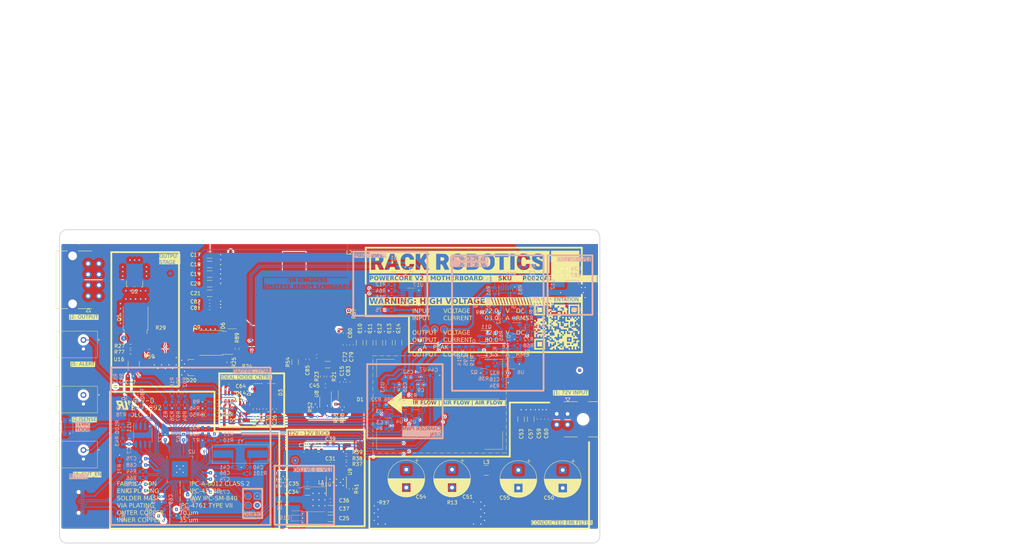
<source format=kicad_pcb>
(kicad_pcb (version 20221018) (generator pcbnew)

  (general
    (thickness 1.64)
  )

  (paper "A3")
  (title_block
    (title "PC-02 EDM PULSE GENERATOR")
    (company "DRAGONFLY POWER SYSTEMS")
  )

  (layers
    (0 "F.Cu" signal)
    (1 "In1.Cu" power)
    (2 "In2.Cu" signal)
    (3 "In3.Cu" signal)
    (4 "In4.Cu" power)
    (31 "B.Cu" signal)
    (32 "B.Adhes" user "B.Adhesive")
    (33 "F.Adhes" user "F.Adhesive")
    (34 "B.Paste" user)
    (35 "F.Paste" user)
    (36 "B.SilkS" user "B.Silkscreen")
    (37 "F.SilkS" user "F.Silkscreen")
    (38 "B.Mask" user)
    (39 "F.Mask" user)
    (40 "Dwgs.User" user "User.Drawings")
    (41 "Cmts.User" user "User.Comments")
    (42 "Eco1.User" user "User.Eco1")
    (43 "Eco2.User" user "User.Eco2")
    (44 "Edge.Cuts" user)
    (45 "Margin" user)
    (46 "B.CrtYd" user "B.Courtyard")
    (47 "F.CrtYd" user "F.Courtyard")
    (48 "B.Fab" user)
    (49 "F.Fab" user)
    (50 "User.1" user)
    (51 "User.2" user)
    (52 "User.3" user)
    (53 "User.4" user)
    (54 "User.5" user)
    (55 "User.6" user)
    (56 "User.7" user)
    (57 "User.8" user)
    (58 "User.9" user)
  )

  (setup
    (stackup
      (layer "F.SilkS" (type "Top Silk Screen") (color "White"))
      (layer "F.Paste" (type "Top Solder Paste"))
      (layer "F.Mask" (type "Top Solder Mask") (color "#000000CC") (thickness 0.01))
      (layer "F.Cu" (type "copper") (thickness 0.07))
      (layer "dielectric 1" (type "prepreg") (thickness 0.18) (material "FR4") (epsilon_r 4.29) (loss_tangent 0.02))
      (layer "In1.Cu" (type "copper") (thickness 0.035))
      (layer "dielectric 2" (type "core") (thickness 0.4) (material "FR4") (epsilon_r 4.29) (loss_tangent 0.02))
      (layer "In2.Cu" (type "copper") (thickness 0.035))
      (layer "dielectric 3" (type "prepreg") (thickness 0.18) (material "FR4") (epsilon_r 4.29) (loss_tangent 0.02))
      (layer "In3.Cu" (type "copper") (thickness 0.035))
      (layer "dielectric 4" (type "core") (thickness 0.4) (material "FR4") (epsilon_r 4.29) (loss_tangent 0.02))
      (layer "In4.Cu" (type "copper") (thickness 0.035))
      (layer "dielectric 5" (type "prepreg") (thickness 0.18) (material "FR4") (epsilon_r 4.29) (loss_tangent 0.02))
      (layer "B.Cu" (type "copper") (thickness 0.07))
      (layer "B.Mask" (type "Bottom Solder Mask") (color "#000000CC") (thickness 0.01))
      (layer "B.Paste" (type "Bottom Solder Paste"))
      (layer "B.SilkS" (type "Bottom Silk Screen") (color "White"))
      (copper_finish "ENIG")
      (dielectric_constraints no)
    )
    (pad_to_mask_clearance 0.0508)
    (solder_mask_min_width 0.0762)
    (aux_axis_origin 126.999998 193.999998)
    (pcbplotparams
      (layerselection 0x00010fc_ffffffff)
      (plot_on_all_layers_selection 0x0000000_00000000)
      (disableapertmacros false)
      (usegerberextensions true)
      (usegerberattributes false)
      (usegerberadvancedattributes false)
      (creategerberjobfile false)
      (dashed_line_dash_ratio 12.000000)
      (dashed_line_gap_ratio 3.000000)
      (svgprecision 4)
      (plotframeref false)
      (viasonmask false)
      (mode 1)
      (useauxorigin true)
      (hpglpennumber 1)
      (hpglpenspeed 20)
      (hpglpendiameter 15.000000)
      (dxfpolygonmode true)
      (dxfimperialunits true)
      (dxfusepcbnewfont true)
      (psnegative false)
      (psa4output false)
      (plotreference false)
      (plotvalue false)
      (plotinvisibletext false)
      (sketchpadsonfab false)
      (subtractmaskfromsilk true)
      (outputformat 1)
      (mirror false)
      (drillshape 0)
      (scaleselection 1)
      (outputdirectory "Gerbers/")
    )
  )

  (net 0 "")
  (net 1 "+3V3")
  (net 2 "GND")
  (net 3 "/CONTROLS/V_SENSE_FILTERED")
  (net 4 "/CONTROLS/V_SLOPE")
  (net 5 "VBUS")
  (net 6 "+12V")
  (net 7 "/CHARGER_POWER_STAGE/CHARGER_TEMP")
  (net 8 "/CONTROLS/CURRENT_TRIP")
  (net 9 "Net-(R49-Pad2)")
  (net 10 "/CONTROLS/OUTPUT_ISENSE_MICRO")
  (net 11 "Net-(Q10A-G)")
  (net 12 "Net-(U4-Pad2)")
  (net 13 "Net-(U8-IN)")
  (net 14 "+1V1")
  (net 15 "/MICRO/OUTPUT_STAGE_TEMP")
  (net 16 "/CHARGER_POWER_STAGE/VCAP")
  (net 17 "Net-(D7-A{slash}K)")
  (net 18 "/CONTROLS/CC_I_LIMIT")
  (net 19 "Net-(U9-BST)")
  (net 20 "Net-(U9-SW)")
  (net 21 "Net-(C38-Pad1)")
  (net 22 "Net-(U9-FB)")
  (net 23 "Net-(C40-Pad1)")
  (net 24 "/MICRO/XIN")
  (net 25 "/CONTROLS/V_CAP_SET")
  (net 26 "/CHARGER_POWER_STAGE/VSW")
  (net 27 "/CONTROLS/SLOPE_GENERATION/I_LIMIT_ADJUSTED")
  (net 28 "+5V")
  (net 29 "VDC")
  (net 30 "Net-(U7A--)")
  (net 31 "Net-(D3-K)")
  (net 32 "Net-(D5-A)")
  (net 33 "/CHARGER_POWER_STAGE/VHB_DIODE")
  (net 34 "/CHARGER_POWER_STAGE/VS_DIODE")
  (net 35 "Net-(Q3-G)")
  (net 36 "Net-(C84-Pad1)")
  (net 37 "Net-(C85-Pad2)")
  (net 38 "Net-(D1-K)")
  (net 39 "/CONNECTORS/ELECTRODE_-")
  (net 40 "Net-(D5-K)")
  (net 41 "/CONNECTORS/OUTPUT_ISENSE")
  (net 42 "/CONNECTORS/CUT_EN")
  (net 43 "/CONNECTORS/SHORT_ALERT")
  (net 44 "unconnected-(J6-VBUS-PadA4)")
  (net 45 "/CONNECTORS/USB_D_N")
  (net 46 "/CONNECTORS/USB_D_P")
  (net 47 "Net-(J6-CC1)")
  (net 48 "Net-(L2-Pad1)")
  (net 49 "/CONTROLS/OUTPUT_SHUNT_+")
  (net 50 "unconnected-(J6-SBU1-PadA8)")
  (net 51 "/CHARGER_POWER_STAGE/V_SHUNT_+")
  (net 52 "/CHARGER_POWER_STAGE/V_SHUNT_-")
  (net 53 "Net-(Q1-G)")
  (net 54 "Net-(Q2-G)")
  (net 55 "Net-(Q2-S)")
  (net 56 "Net-(Q2-D)")
  (net 57 "Net-(U16-IN)")
  (net 58 "Net-(U16-HO)")
  (net 59 "Net-(Q5-G)")
  (net 60 "Net-(Q7-G)")
  (net 61 "Net-(Q7-D)")
  (net 62 "/CHARGER_POWER_STAGE/VGH")
  (net 63 "Net-(Q9-G)")
  (net 64 "Net-(Q11-G)")
  (net 65 "Net-(U13-+)")
  (net 66 "Net-(U3-D)")
  (net 67 "Net-(U3-~{CLR})")
  (net 68 "/CONTROLS/CC_SLOPE_BLANKING")
  (net 69 "Net-(U6B-+)")
  (net 70 "/CHARGER_POWER_STAGE/CC_CHARGER_EN")
  (net 71 "/CONTROLS/SPARK_THRESHOLD_PWM")
  (net 72 "/MICRO/P_USB_P")
  (net 73 "/CONTROLS/OUTPUT_CURRENT_TRIP")
  (net 74 "Net-(R15-Pad2)")
  (net 75 "/MICRO/P_USB_N")
  (net 76 "Net-(J6-CC2)")
  (net 77 "Net-(U8-EN)")
  (net 78 "Net-(U8-HO)")
  (net 79 "/CHARGER_POWER_STAGE/CC_CHARGER_HI")
  (net 80 "/CHARGER_POWER_STAGE/VG_DIODE")
  (net 81 "/MICRO/OUTPUT_EN")
  (net 82 "/CONTROLS/CC_I_LIMIT_PWM")
  (net 83 "/CONTROLS/V_CAP_SET_PWM")
  (net 84 "Net-(R33-Pad1)")
  (net 85 "Net-(R38-Pad2)")
  (net 86 "Net-(U9-RT)")
  (net 87 "/MICRO/QSPI_SS")
  (net 88 "/CONTROLS/CC_CLK")
  (net 89 "Net-(U3-C)")
  (net 90 "Net-(U15A--)")
  (net 91 "unconnected-(J6-SBU2-PadB8)")
  (net 92 "/CONTROLS/VSENSE_TRIP")
  (net 93 "unconnected-(U6-Pad1)")
  (net 94 "/CONTROLS/CC_PWM_nEN")
  (net 95 "Net-(U15A-+)")
  (net 96 "Net-(U8-RDT)")
  (net 97 "Net-(U8-LO)")
  (net 98 "Net-(U15B-+)")
  (net 99 "Net-(U15B--)")
  (net 100 "Net-(R78-Pad2)")
  (net 101 "/MICRO/CUT_nEN")
  (net 102 "/CHARGER_POWER_STAGE/DIODE_ON")
  (net 103 "Net-(U14-IN)")
  (net 104 "/CHARGER_POWER_STAGE/GATE_BIAS_CLK")
  (net 105 "Net-(R100-Pad2)")
  (net 106 "/MICRO/XOUT")
  (net 107 "/CONNECTORS/SWCLK")
  (net 108 "/CONNECTORS/SWDIO")
  (net 109 "unconnected-(U2-GPIO23-Pad35)")
  (net 110 "unconnected-(U2-GPIO24-Pad36)")
  (net 111 "unconnected-(U2-GPIO16-Pad27)")
  (net 112 "unconnected-(U2-GPIO17-Pad28)")
  (net 113 "unconnected-(U2-GPIO18-Pad29)")
  (net 114 "unconnected-(U2-GPIO19-Pad30)")
  (net 115 "unconnected-(U2-GPIO20-Pad31)")
  (net 116 "unconnected-(U2-GPIO21-Pad32)")
  (net 117 "unconnected-(U2-GPIO22-Pad34)")
  (net 118 "unconnected-(U2-GPIO25-Pad37)")
  (net 119 "Net-(U11-~{RST}(IO3))")
  (net 120 "Net-(U11-CLK)")
  (net 121 "Net-(U11-DI(IO0))")
  (net 122 "Net-(U11-~{WP}(IO2))")
  (net 123 "Net-(U11-DO(IO1))")
  (net 124 "unconnected-(U8-NC-Pad5)")
  (net 125 "unconnected-(U9-PGOOD-Pad6)")
  (net 126 "Net-(U17A-+)")
  (net 127 "Net-(U17A--)")
  (net 128 "/CONTROLS/VSENSE_BUFFERED")
  (net 129 "Net-(C51-Pad2)")
  (net 130 "Net-(R62-Pad1)")
  (net 131 "Net-(D7-A)")
  (net 132 "Net-(D7-K)")
  (net 133 "unconnected-(U17-Pad7)")
  (net 134 "Net-(J5-Pad1)")
  (net 135 "Net-(Q5-S)")
  (net 136 "/CONTROLS/OUTPUT_SHUNT_-")
  (net 137 "Net-(D19-K)")
  (net 138 "unconnected-(U2-GPIO7-Pad9)")
  (net 139 "unconnected-(U2-GPIO8-Pad11)")

  (footprint "NET_TIES:NET_TIE_SMD_10mil" (layer "F.Cu") (at 180.339998 137.269 90))

  (footprint "SMD_INDUCTORS:PQ2617BHA" (layer "F.Cu") (at 192.150998 123.514998))

  (footprint "CONNECTORS:0430450822" (layer "F.Cu") (at 130.599998 120.914999 -90))

  (footprint "SMD_INDUCTORS:VLS6045EX" (layer "F.Cu") (at 196.849998 172.823998 180))

  (footprint "Capacitor_SMD:C_0603_1608Metric" (layer "F.Cu") (at 183.015998 156.788998 -90))

  (footprint "Capacitor_SMD:C_0603_1608Metric" (layer "F.Cu") (at 194.817998 168.251998 180))

  (footprint (layer "F.Cu") (at 174.498 113.157))

  (footprint "CONNECTORS:S2B-XH-A-1" (layer "F.Cu") (at 133.61432 154.149998 90))

  (footprint "Capacitor_SMD:C_0603_1608Metric" (layer "F.Cu") (at 200.786998 150.311998 180))

  (footprint "Capacitor_SMD:C_0603_1608Metric" (layer "F.Cu") (at 262.128 159.639 90))

  (footprint "Capacitor_SMD:C_0603_1608Metric" (layer "F.Cu") (at 173.998998 150.375498))

  (footprint "Resistor_SMD:R_1206_3216Metric" (layer "F.Cu") (at 201.421998 144.469998 180))

  (footprint "Capacitor_SMD:C_1206_3216Metric" (layer "F.Cu") (at 221.106998 138.373998 90))

  (footprint "DFN_QFN:INFINEON_TSDSON-8-25" (layer "F.Cu") (at 203.072998 140.151998 -90))

  (footprint "Capacitor_SMD:C_0603_1608Metric" (layer "F.Cu") (at 146.697998 147.644998))

  (footprint "NET_TIES:NET_TIE_SMD_10mil" (layer "F.Cu") (at 156.336998 137.777 90))

  (footprint "Resistor_SMD:R_0603_1608Metric" (layer "F.Cu") (at 206.629 172.085 180))

  (footprint "Capacitor_SMD:C_0603_1608Metric" (layer "F.Cu") (at 173.490998 156.725498))

  (footprint "Resistor_SMD:R_0603_1608Metric" (layer "F.Cu") (at 199.897998 147.771998 -90))

  (footprint "Resistor_SMD:R_0603_1608Metric" (layer "F.Cu") (at 176.276 140.081 90))

  (footprint "Capacitor_SMD:C_1206_3216Metric" (layer "F.Cu") (at 255.143 159.639 90))

  (footprint "Resistor_SMD:R_0603_1608Metric" (layer "F.Cu") (at 203.707998 156.280998 90))

  (footprint "MountingHole:MountingHole_2.1mm" (layer "F.Cu") (at 202 191.897))

  (footprint "Package_TO_SOT_SMD:TO-277A" (layer "F.Cu") (at 147.827998 119.689998 180))

  (footprint "Resistor_SMD:R_0603_1608Metric" (layer "F.Cu") (at 181.237998 156.788998 -90))

  (footprint "GRAPHICS:powercore_version_2.0_graphic_1" (layer "F.Cu")
    (tstamp 37409382-124f-4f38-8e57-82a2de416ef6)
    (at 212 112)
    (attr smd)
    (fp_text reference "REF**" (at 14 -5 unlocked) (layer "F.SilkS") hide
        (effects (font (size 1 1) (thickness 0.1)))
      (tstamp a0ba9e82-5b07-4c06-9a6d-b0d0f503bed6)
    )
    (fp_text value "PC-02_P-02_artwork_zone_1,2_[24.01.06]" (at 14 -2 unlocked) (layer "F.Fab")
        (effects (font (size 1 1) (thickness 0.15)))
      (tstamp 0ef21e2f-2f7c-4cc7-81d2-2249b592abb9)
    )
    (fp_text user "| DOCUMENTATION |" (at 53 15 unlocked) (layer "F.SilkS" knockout)
        (effects (font (face "Bahnschrift") (size 1 1) (thickness 0.125)) (justify bottom))
      (tstamp a540d9a0-1076-4f4b-9f6d-eb5baf4fa295)
      (render_cache "| DOCUMENTATION |" 0
        (polygon
          (pts
            (xy 258.890998 125.713077)            (xy 259.031194 125.713077)            (xy 259.031194 126.948213)            (xy 258.890998 126.948213)
          )
        )
        (polygon
          (pts
            (xy 259.745848 126.696643)            (xy 259.972017 126.696643)            (xy 259.985652 126.69642)            (xy 259.998895 126.69575)
            (xy 260.011748 126.694634)            (xy 260.024209 126.693071)            (xy 260.036279 126.691062)            (xy 260.047958 126.688606)
            (xy 260.059245 126.685703)            (xy 260.070142 126.682355)            (xy 260.080647 126.678559)            (xy 260.090761 126.674318)
            (xy 260.100484 126.669629)            (xy 260.109816 126.664494)            (xy 260.118757 126.658913)            (xy 260.127306 126.652885)
            (xy 260.135464 126.646411)            (xy 260.143231 126.63949)            (xy 260.150596 126.632131)            (xy 260.157485 126.624404)
            (xy 260.1639 126.616309)            (xy 260.169839 126.607845)            (xy 260.175303 126.599014)            (xy 260.180291 126.589813)
            (xy 260.184805 126.580245)            (xy 260.188844 126.570308)            (xy 260.192407 126.560003)            (xy 260.195496 126.54933)
            (xy 260.198109 126.538289)            (xy 260.200247 126.526879)            (xy 260.20191 126.515101)            (xy 260.203098 126.502955)
            (xy 260.20381 126.49044)            (xy 260.204048 126.477557)            (xy 260.204048 126.183489)            (xy 260.20381 126.170635)
            (xy 260.203098 126.158148)            (xy 260.20191 126.146028)            (xy 260.200247 126.134274)            (xy 260.198109 126.122886)
            (xy 260.195496 126.111864)            (xy 260.192407 126.101209)            (xy 260.188844 126.090921)            (xy 260.184805 126.080998)
            (xy 260.180291 126.071442)            (xy 260.175303 126.062253)            (xy 260.169839 126.053429)            (xy 260.1639 126.044972)
            (xy 260.157485 126.036882)            (xy 260.150596 126.029158)            (xy 260.143231 126.0218)            (xy 260.135464 126.014849)
            (xy 260.127306 126.008347)            (xy 260.118757 126.002294)            (xy 260.109816 125.996689)            (xy 260.100484 125.991532)
            (xy 260.090761 125.986824)            (xy 260.080647 125.982564)            (xy 260.070142 125.978752)            (xy 260.059245 125.975389)
            (xy 260.047958 125.972474)            (xy 260.036279 125.970008)            (xy 260.024209 125.96799)            (xy 260.011748 125.966421)
            (xy 259.998895 125.9653)            (xy 259.985652 125.964627)            (xy 259.972017 125.964403)            (xy 259.745848 125.964403)
            (xy 259.745848 125.83129)            (xy 259.967865 125.83129)            (xy 259.98275 125.831455)            (xy 259.997361 125.831947)
            (xy 260.0117 125.832767)            (xy 260.025766 125.833916)            (xy 260.039559 125.835393)            (xy 260.053079 125.837198)
            (xy 260.066326 125.839331)            (xy 260.079301 125.841793)            (xy 260.092002 125.844583)            (xy 260.104431 125.847701)
            (xy 260.116587 125.851147)            (xy 260.12847 125.854921)            (xy 260.14008 125.859024)            (xy 260.151417 125.863454)
            (xy 260.162482 125.868213)            (xy 260.173273 125.8733)            (xy 260.183769 125.878672)            (xy 260.193946 125.884345)
            (xy 260.203805 125.890319)            (xy 260.213344 125.896595)            (xy 260.222566 125.903172)            (xy 260.231468 125.910051)
            (xy 260.240052 125.917232)            (xy 260.248317 125.924713)            (xy 260.256263 125.932497)            (xy 260.263891 125.940582)
            (xy 260.2712 125.948968)            (xy 260.278191 125.957656)            (xy 260.284863 125.966645)            (xy 260.291216 125.975936)
            (xy 260.29725 125.985528)            (xy 260.302966 125.995422)            (xy 260.308379 126.005595)            (xy 260.313442 126.016026)
            (xy 260.318156 126.026714)            (xy 260.322521 126.03766)            (xy 260.326537 126.048864)            (xy 260.330203 126.060325)
            (xy 260.33352 126.072044)            (xy 260.336489 126.084021)            (xy 260.339108 126.096255)            (xy 260.341377 126.108747)
            (xy 260.343298 126.121496)            (xy 260.344869 126.134503)            (xy 260.346091 126.147767)            (xy 260.346964 126.161289)
            (xy 260.347488 126.175069)            (xy 260.347663 126.189106)            (xy 260.347663 126.472184)            (xy 260.347488 126.486221)
            (xy 260.346964 126.500001)            (xy 260.346091 126.513523)            (xy 260.344869 126.526787)            (xy 260.343298 126.539794)
            (xy 260.341377 126.552543)            (xy 260.339108 126.565035)            (xy 260.336489 126.577269)            (xy 260.33352 126.589246)
            (xy 260.330203 126.600965)            (xy 260.326537 126.612426)            (xy 260.322521 126.62363)            (xy 260.318156 126.634576)
            (xy 260.313442 126.645264)            (xy 260.308379 126.655695)            (xy 260.302966 126.665868)            (xy 260.297249 126.675763)
            (xy 260.291208 126.685358)            (xy 260.284846 126.694654)            (xy 260.27816 126.70365)            (xy 260.271153 126.712346)
            (xy 260.263823 126.720743)            (xy 260.25617 126.72884)            (xy 260.248195 126.736638)            (xy 260.239897 126.744136)
            (xy 260.231277 126.751334)            (xy 260.222335 126.758233)            (xy 260.21307 126.764832)            (xy 260.203482 126.771132)
            (xy 260.193572 126.777132)            (xy 260.18334 126.782833)            (xy 260.172785 126.788234)            (xy 260.161964 126.793292)
            (xy 260.150872 126.798023)            (xy 260.139509 126.802428)            (xy 260.127875 126.806506)            (xy 260.11597 126.810259)
            (xy 260.103794 126.813685)            (xy 260.091347 126.816785)            (xy 260.078629 126.819558)            (xy 260.06564 126.822005)
            (xy 260.052381 126.824126)            (xy 260.03885 126.825921)            (xy 260.025048 126.827389)            (xy 260.010976 126.828531)
            (xy 259.996632 126.829347)            (xy 259.982018 126.829836)            (xy 259.967132 126.83)            (xy 259.745848 126.83)
          )
        )
        (polygon
          (pts
            (xy 259.651082 125.83129)            (xy 259.791278 125.83129)            (xy 259.791278 126.83)            (xy 259.651082 126.83)
          )
        )
        (polygon
          (pts
            (xy 260.872541 126.840258)            (xy 260.8596 126.840079)            (xy 260.846849 126.839544)            (xy 260.83429 126.838652)
            (xy 260.821921 126.837403)            (xy 260.809743 126.835797)            (xy 260.797756 126.833835)            (xy 260.78596 126.831516)
            (xy 260.774355 126.828839)            (xy 260.76294 126.825806)            (xy 260.751717 126.822417)            (xy 260.740684 126.81867)
            (xy 260.729842 126.814566)            (xy 260.71919 126.810106)            (xy 260.70873 126.805289)            (xy 260.69846 126.800115)
            (xy 260.688381 126.794584)            (xy 260.678569 126.788728)            (xy 260.669037 126.782578)            (xy 260.659785 126.776134)
            (xy 260.650814 126.769397)            (xy 260.642123 126.762365)            (xy 260.633713 126.75504)            (xy 260.625583 126.747421)
            (xy 260.617734 126.739508)            (xy 260.610166 126.731301)            (xy 260.602877 126.7228)            (xy 260.59587 126.714005)
            (xy 260.589143 126.704917)            (xy 260.582696 126.695534)            (xy 260.57653 126.685858)            (xy 260.570644 126.675888)
            (xy 260.565039 126.665624)            (xy 260.559774 126.65508)            (xy 260.554849 126.644329)            (xy 260.550264 126.633373)
            (xy 260.546018 126.62221)            (xy 260.542112 126.610841)            (xy 260.538546 126.599266)            (xy 260.535319 126.587485)
            (xy 260.532432 126.575498)            (xy 260.529885 126.563305)            (xy 260.527677 126.550906)            (xy 260.525809 126.538301)
            (xy 260.524281 126.52549)            (xy 260.523092 126.512472)            (xy 260.522243 126.499249)            (xy 260.521733 126.485819)
            (xy 260.521564 126.472184)            (xy 260.521564 126.189106)            (xy 260.521733 126.175471)            (xy 260.522243 126.162041)
            (xy 260.523092 126.148818)            (xy 260.524281 126.1358)            (xy 260.525809 126.122989)            (xy 260.527677 126.110384)
            (xy 260.529885 126.097985)            (xy 260.532432 126.085792)            (xy 260.535319 126.073805)            (xy 260.538546 126.062024)
            (xy 260.542112 126.050449)            (xy 260.546018 126.03908)            (xy 260.550264 126.027917)            (xy 260.554849 126.016961)
            (xy 260.559774 126.00621)            (xy 260.565039 125.995666)            (xy 260.570644 125.985372)            (xy 260.57653 125.975375)
            (xy 260.582696 125.965673)            (xy 260.589143 125.956267)            (xy 260.59587 125.947156)            (xy 260.602877 125.938341)
            (xy 260.610166 125.929822)            (xy 260.617734 125.921599)            (xy 260.625583 125.913672)            (xy 260.633713 125.90604)
            (xy 260.642123 125.898704)            (xy 260.650814 125.891664)            (xy 260.659785 125.88492)            (xy 260.669037 125.878471)
            (xy 260.678569 125.872319)            (xy 260.688381 125.866461)            (xy 260.69846 125.860931)            (xy 260.70873 125.855757)
            (xy 260.71919 125.85094)            (xy 260.729842 125.846479)            (xy 260.740684 125.842376)            (xy 260.751717 125.838629)
            (xy 260.76294 125.835239)            (xy 260.774355 125.832206)            (xy 260.78596 125.82953)            (xy 260.797756 125.827211)
            (xy 260.809743 125.825248)            (xy 260.821921 125.823643)            (xy 260.83429 125.822394)            (xy 260.846849 125.821502)
            (xy 260.8596 125.820966)            (xy 260.872541 125.820788)            (xy 260.88551 125.820966)            (xy 260.898285 125.821502)
            (xy 260.910866 125.822394)            (xy 260.923252 125.823643)            (xy 260.935443 125.825248)            (xy 260.947439 125.827211)
            (xy 260.959241 125.82953)            (xy 260.970848 125.832206)            (xy 260.982261 125.835239)            (xy 260.993479 125.838629)
            (xy 261.004502 125.842376)            (xy 261.015331 125.846479)            (xy 261.025965 125.85094)            (xy 261.036405 125.855757)
            (xy 261.046649 125.860931)            (xy 261.0567 125.866461)            (xy 261.066511 125.872319)            (xy 261.076041 125.878471)
            (xy 261.085288 125.88492)            (xy 261.094252 125.891664)            (xy 261.102934 125.898704)            (xy 261.111334 125.90604)
            (xy 261.119451 125.913672)            (xy 261.127286 125.921599)            (xy 261.134838 125.929822)            (xy 261.142108 125.938341)
            (xy 261.149096 125.947156)            (xy 261.155801 125.956267)            (xy 261.162224 125.965673)            (xy 261.168364 125.975375)
            (xy 261.174222 125.985372)            (xy 261.179798 125.995666)            (xy 261.185092 126.00621)            (xy 261.190045 126.016961)
            (xy 261.194656 126.027917)            (xy 261.198925 126.03908)            (xy 261.202853 126.050449)            (xy 261.20644 126.062024)
            (xy 261.209684 126.073805)            (xy 261.212588 126.085792)            (xy 261.215149 126.097985)            (xy 261.21737 126.110384)
            (xy 261.219248 126.122989)            (xy 261.220785 126.1358)            (xy 261.221981 126.148818)            (xy 261.222834 126.162041)
            (xy 261.223347 126.175471)            (xy 261.223518 126.189106)            (xy 261.223518 126.472184)            (xy 261.223347 126.485819)
            (xy 261.222834 126.499249)            (xy 261.221981 126.512472)            (xy 261.220785 126.52549)            (xy 261.219248 126.538301)
            (xy 261.21737 126.550906)            (xy 261.215149 126.563305)            (xy 261.212588 126.575498)            (xy 261.209684 126.587485)
            (xy 261.20644 126.599266)            (xy 261.202853 126.610841)            (xy 261.198925 126.62221)            (xy 261.194656 126.633373)
            (xy 261.190045 126.644329)            (xy 261.185092 126.65508)            (xy 261.179798 126.665624)            (xy 261.174222 126.675888)
            (xy 261.168364 126.685858)            (xy 261.162224 126.695534)            (xy 261.155801 126.704917)            (xy 261.149096 126.714005)
            (xy 261.142108 126.7228)            (xy 261.134838 126.731301)            (xy 261.127286 126.739508)            (xy 261.119451 126.747421)
            (xy 261.111334 126.75504)            (xy 261.102934 126.762365)            (xy 261.094252 126.769397)            (xy 261.085288 126.776134)
            (xy 261.076041 126.782578)            (xy 261.066511 126.788728)            (xy 261.0567 126.794584)            (xy 261.046649 126.800115)
            (xy 261.036405 126.805289)            (xy 261.025965 126.810106)            (xy 261.015331 126.814566)            (xy 261.004502 126.81867)
            (xy 260.993479 126.822417)            (xy 260.982261 126.825806)            (xy 260.970848 126.828839)            (xy 260.959241 126.831516)
            (xy 260.947439 126.833835)            (xy 260.935443 126.835797)            (xy 260.923252 126.837403)            (xy 260.910866 126.838652)
            (xy 260.898285 126.839544)            (xy 260.88551 126.840079)
          )
            (pts
              (xy 260.872541 126.70226)              (xy 260.883998 126.702016)              (xy 260.895198 126.701282)              (xy 260.90614 126.700058)
              (xy 260.916825 126.698345)              (xy 260.927252 126.696142)              (xy 260.937421 126.693451)              (xy 260.947333 126.690269)
              (xy 260.956988 126.686598)              (xy 260.966384 126.682438)              (xy 260.975523 126.677789)              (xy 260.981473 126.674417)
              (xy 260.990123 126.668992)              (xy 260.998394 126.66316)              (xy 261.006288 126.656919)              (xy 261.013805 126.650271)
              (xy 261.020943 126.643215)              (xy 261.027704 126.635751)              (xy 261.034086 126.627879)              (xy 261.040091 126.6196)
              (xy 261.045718 126.610912)              (xy 261.050968 126.601817)              (xy 261.054257 126.595526)              (xy 261.05884 126.585768)
              (xy 261.062973 126.575726)              (xy 261.066654 126.5654)              (xy 261.069885 126.554791)              (xy 261.072665 126.543899)
              (xy 261.074994 126.532724)              (xy 261.076872 126.521265)              (xy 261.0783 126.509522)              (xy 261.079277 126.497497)
              (xy 261.079803 126.485188)              (xy 261.079903 126.476824)              (xy 261.079903 126.184221)              (xy 261.079677 126.171769)
              (xy 261.079001 126.159601)              (xy 261.077874 126.147715)              (xy 261.076296 126.136113)              (xy 261.074268 126.124795)
              (xy 261.071788 126.113759)              (xy 261.068858 126.103007)              (xy 261.065477 126.092539)              (xy 261.061645 126.082354)
              (xy 261.057363 126.072452)              (xy 261.054257 126.066008)              (xy 261.04926 126.056597)              (xy 261.043885 126.047598)
              (xy 261.038132 126.039011)              (xy 261.032001 126.030837)              (xy 261.025492 126.023075)              (xy 261.018605 126.015724)
              (xy 261.011341 126.008786)              (xy 261.003699 126.00226)              (xy 260.995679 125.996147)              (xy 260.987281 125.990445)
              (xy 260.981473 125.986873)              (xy 260.972506 125.981897)              (xy 260.963281 125.977411)              (xy 260.953798 125.973414)
              (xy 260.944058 125.969906)              (xy 260.93406 125.966888)              (xy 260.923805 125.964359)              (xy 260.913292 125.96232)
              (xy 260.902521 125.96077)              (xy 260.891493 125.959709)              (xy 260.880208 125.959138)              (xy 260.872541 125.95903)
              (xy 260.861083 125.959274)              (xy 260.849883 125.960008)              (xy 260.838941 125.961232)              (xy 260.828256 125.962945)
              (xy 260.817829 125.965148)              (xy 260.80766 125.967839)              (xy 260.797748 125.971021)              (xy 260.788094 125.974692)
              (xy 260.778697 125.978852)              (xy 260.769558 125.983501)              (xy 260.763608 125.986873)              (xy 260.755 125.9923)
              (xy 260.746761 125.998139)              (xy 260.738892 126.00439)              (xy 260.731391 126.011053)              (xy 260.72426 126.018129)
              (xy 260.717498 126.025616)              (xy 260.711105 126.033516)              (xy 260.705082 126.041828)              (xy 260.699427 126.050552)
              (xy 260.694142 126.059688)              (xy 260.690824 126.066008)              (xy 260.686241 126.075721)              (xy 260.682108 126.085717)
              (xy 260.678427 126.095997)              (xy 260.675196 126.10656)              (xy 260.672416 126.117406)              (xy 260.670087 126.128536)
              (xy 260.668209 126.139949)              (xy 260.666781 126.151646)              (xy 260.665805 126.163625)              (xy 260.665279 126.175889)
              (xy 260.665178 126.184221)              (xy 260.665178 126.476824)              (xy 260.665404 126.489322)              (xy 260.66608 126.501537)
              (xy 260.667207 126.513468)              (xy 260.668785 126.525116)              (xy 260.670813 126.53648)              (xy 260.673293 126.547561)
              (xy 260.676223 126.558359)              (xy 260.679604 126.568873)              (xy 260.683436 126.579104)              (xy 260.687718 126.589052)
              (xy 260.690824 126.595526)              (xy 260.695863 126.604894)              (xy 260.701271 126.613853)              (xy 260.707048 126.622405)
              (xy 260.713195 126.630549)              (xy 260.719711 126.638284)              (xy 260.726596 126.645612)              (xy 260.73385 126.652533)
              (xy 260.741474 126.659045)              (xy 260.749467 126.665149)              (xy 260.757829 126.670846)              (xy 260.763608 126.674417)
              (xy 260.772576 126.679393)              (xy 260.781801 126.683879)              (xy 260.791283 126.687876)              (xy 260.801023 126.691384)
              (xy 260.811021 126.694402)              (xy 260.821276 126.696931)              (xy 260.831789 126.69897)              (xy 260.84256 126.70052)
              (xy 260.853588 126.701581)              (xy 260.864874 126.702152)
            )
        )
        (polygon
          (pts
            (xy 261.745465 126.840258)            (xy 261.732587 126.840078)            (xy 261.719907 126.83954)            (xy 261.707423 126.838643)
            (xy 261.695135 126.837388)            (xy 261.683044 126.835774)            (xy 261.67115 126.833801)            (xy 261.659452 126.831469)
            (xy 261.647951 126.828778)            (xy 261.636646 126.825729)            (xy 261.625537 126.822321)            (xy 261.614626 126.818554)
            (xy 261.603911 126.814429)            (xy 261.593392 126.809945)            (xy 261.58307 126.805102)            (xy 261.572944 126.7999)
            (xy 261.563015 126.79434)            (xy 261.553323 126.78842)            (xy 261.543907 126.7822)            (xy 261.534768 126.775681)
            (xy 261.525905 126.768862)            (xy 261.51732 126.761744)            (xy 261.509011 126.754326)            (xy 261.500978 126.746609)
            (xy 261.493223 126.738592)            (xy 261.485744 126.730275)            (xy 261.478541 126.721659)            (xy 261.471616 126.712743)
            (xy 261.464967 126.703528)            (xy 261.458595 126.694013)            (xy 261.452499 126.684198)            (xy 261.44668 126.674084)
            (xy 261.441138 126.66367)            (xy 261.435903 126.653003)            (xy 261.431006 126.642127)            (xy 261.426446 126.631044)
            (xy 261.422224 126.619752)            (xy 261.41834 126.608253)            (xy 261.414794 126.596545)            (xy 261.411586 126.58463)
            (xy 261.408715 126.572506)            (xy 261.406182 126.560175)            (xy 261.403986 126.547636)            (xy 261.402129 126.534888)
            (xy 261.400609 126.521933)            (xy 261.399427 126.50877)            (xy 261.398582 126.495398)            (xy 261.398076 126.481819)
            (xy 261.397907 126.468032)            (xy 261.397907 126.193991)            (xy 261.398076 126.180174)            (xy 261.398582 126.166567)
            (xy 261.399427 126.15317)            (xy 261.400609 126.139983)            (xy 261.402129 126.127006)            (xy 261.403986 126.114238)
            (xy 261.406182 126.101681)            (xy 261.408715 126.089333)            (xy 261.411586 126.077195)            (xy 261.414794 126.065268)
            (xy 261.41834 126.05355)            (xy 261.422224 126.042042)            (xy 261.426446 126.030743)            (xy 261.431006 126.019655)
            (xy 261.435903 126.008777)            (xy 261.441138 125.998108)            (xy 261.44668 125.987694)            (xy 261.452499 125.977577)
            (xy 261.458595 125.967757)            (xy 261.464967 125.958236)            (xy 261.471616 125.949012)            (xy 261.478541 125.940085)
            (xy 261.485744 125.931457)            (xy 261.493223 125.923126)            (xy 261.500978 125.915093)            (xy 261.509011 125.907357)
            (xy 261.51732 125.899919)            (xy 261.525905 125.892779)            (xy 261.534768 125.885936)            (xy 261.543907 125.879391)
            (xy 261.553323 125.873144)            (xy 261.563015 125.867194)            (xy 261.572944 125.861575)            (xy 261.58307 125.856318)
            (xy 261.593392 125.851423)            (xy 261.603911 125.846892)            (xy 261.614626 125.842722)            (xy 261.625537 125.838915)
            (xy 261.636646 125.835471)            (xy 261.647951 125.83239)            (xy 261.659452 125.82967)            (xy 261.67115 125.827314)
            (xy 261.683044 125.82532)            (xy 261.695135 125.823688)            (xy 261.707423 125.82242)            (xy 261.719907 125.821513)
            (xy 261.732587 125.820969)            (xy 261.745465 125.820788)            (xy 261.756157 125.820932)            (xy 261.76674 125.821364)
            (xy 261.777215 125.822085)            (xy 261.787581 125.823093)            (xy 261.797838 125.82439)            (xy 261.807987 125.825974)
            (xy 261.818027 125.827847)            (xy 261.827958 125.830008)            (xy 261.83778 125.832457)            (xy 261.847493 125.835195)
            (xy 261.857098 125.83822)            (xy 261.866594 125.841533)            (xy 261.875981 125.845135)            (xy 261.885259 125.849025)
            (xy 261.894429 125.853203)            (xy 261.90349 125.857669)            (xy 261.912404 125.862368)            (xy 261.921132 125.867309)
            (xy 261.929676 125.872489)            (xy 261.938035 125.87791)            (xy 261.946208 125.883572)            (xy 261.954197 125.889474)
            (xy 261.962 125.895616)            (xy 261.969618 125.901999)            (xy 261.977052 125.908622)            (xy 261.9843 125.915486)
            (xy 261.991363 125.92259)            (xy 261.998241 125.929934)            (xy 262.004933 125.937519)            (xy 262.011441 125.945344)
            (xy 262.017764 125.95341)            (xy 262.023901 125.961716)            (xy 262.029854 125.970225)            (xy 262.03556 125.978897)
            (xy 262.04102 125.987734)            (xy 262.046234 125.996734)            (xy 262.051202 126.005899)            (xy 262.055924 126.015228)
            (xy 262.060399 126.024721)            (xy 262.064629 126.034378)            (xy 262.068612 126.0442)            (xy 262.072349 126.054185)
            (xy 262.07584 126.064334)            (xy 262.079085 126.074648)            (xy 262.082084 126.085126)            (xy 262.084836 126.095767)
            (xy 262.087343 126.106573)            (xy 262.089603 126.117543)            (xy 261.945988 126.117543)            (xy 261.942477 126.106037)
            (xy 261.938416 126.094844)            (xy 261.933806 126.083964)            (xy 261.928647 126.073396)            (xy 261.922937 126.063142)
            (xy 261.916679 126.0532)            (xy 261.909871 126.043572)            (xy 261.902513 126.034256)            (xy 261.894712 126.025303)
            (xy 261.886576 126.016885)            (xy 261.878104 126.009)            (xy 261.869296 126.00165)            (xy 261.860152 125.994834)
            (xy 261.850672 125.988552)            (xy 261.840857 125.982805)            (xy 261.830705 125.977592)            (xy 261.820344 125.972898)
            (xy 261.809899 125.96883)            (xy 261.79937 125.965387)            (xy 261.788757 125.962571)            (xy 261.77806 125.96038)
            (xy 261.767278 125.958816)            (xy 261.756413 125.957877)            (xy 261.745465 125.957564)            (xy 261.734147 125.957824)
            (xy 261.723091 125.958603)            (xy 261.712296 125.959902)            (xy 261.701764 125.96172)            (xy 261.691494 125.964058)
            (xy 261.681485 125.966915)            (xy 261.671739 125.970292)            (xy 261.662254 125.974188)            (xy 261.653031 125.978604)
            (xy 261.64407 125.983539)            (xy 261.638242 125.987117)            (xy 261.629813 125.992867)            (xy 261.621744 125.999033)
            (xy 261.614036 126.005615)            (xy 261.606689 126.012614)            (xy 261.599702 126.020029)            (xy 261.593076 126.027861)
            (xy 261.586811 126.036109)            (xy 261.580906 126.044774)            (xy 261.575362 126.053855)            (xy 261.570178 126.063353)
            (xy 261.566923 126.069916)            (xy 261.562384 126.080054)            (xy 261.558291 126.090501)            (xy 261.554644 126.101257)
            (xy 261.551444 126.112322)            (xy 261.548691 126.123697)            (xy 261.546384 126.13538)            (xy 261.544523 126.147373)
            (xy 261.543109 126.159675)            (xy 261.542142 126.172286)            (xy 261.541621 126.185206)            (xy 261.541522 126.193991)
            (xy 261.541522 126.468032)            (xy 261.541745 126.481029)            (xy 261.542415 126.493734)            (xy 261.543531 126.506148)
            (xy 261.545094 126.518269)            (xy 261.547103 126.530099)            (xy 261.549559 126.541636)            (xy 261.552461 126.552882)
            (xy 261.55581 126.563836)            (xy 261.559605 126.574498)            (xy 261.563847 126.584867)            (xy 261.566923 126.591618)
            (xy 261.571866 126.601435)            (xy 261.57717 126.610827)            (xy 261.582834 126.619793)            (xy 261.588859 126.628335)
            (xy 261.595245 126.636452)            (xy 261.601991 126.644143)            (xy 261.609098 126.65141)            (xy 261.616565 126.658251)
            (xy 261.624394 126.664667)            (xy 261.632582 126.670659)            (xy 261.638242 126.674417)            (xy 261.647028 126.679611)
            (xy 261.656076 126.684294)            (xy 261.665387 126.688467)            (xy 261.674958 126.692128)            (xy 261.684792 126.695279)
            (xy 261.694888 126.697919)            (xy 261.705246 126.700047)            (xy 261.715865 126.701665)            (xy 261.726747 126.702772)
            (xy 261.73789 126.703368)            (xy 261.745465 126.703482)            (xy 261.756578 126.703195)            (xy 261.767569 126.702337)
            (xy 261.778437 126.700906)            (xy 261.789184 126.698902)            (xy 261.799809 126.696326)            (xy 261.810311 126.693178)
            (xy 261.820691 126.689457)            (xy 261.83095 126.685163)            (xy 261.841044 126.680244)            (xy 261.85081 126.674768)
            (xy 261.860247 126.668734)            (xy 261.869357 126.662144)            (xy 261.878138 126.654996)            (xy 261.886591 126.647291)
            (xy 261.894716 126.639028)            (xy 261.902513 126.630209)            (xy 261.909871 126.62084)            (xy 261.916679 126.611051)
            (xy 261.922937 126.600842)            (xy 261.928647 126.590214)            (xy 261.933806 126.579166)            (xy 261.938416 126.567698)
            (xy 261.942477 126.55581)            (xy 261.945988 126.543503)            (xy 262.089603 126.543503)            (xy 262.087342 126.554502)
            (xy 262.084832 126.565336)            (xy 262.082075 126.576003)            (xy 262.07907 126.586505)            (xy 262.075816 126.59684)
            (xy 262.072315 126.60701)            (xy 262.068565 126.617013)            (xy 262.064568 126.626851)            (xy 262.060322 126.636522)
            (xy 262.055829 126.646027)            (xy 262.051087 126.655367)            (xy 262.046097 126.66454)            (xy 262.040859 126.673548)
            (xy 262.035373 126.682389)            (xy 262.029639 126.691064)            (xy 262.023657 126.699574)            (xy 262.01746 126.707851)
            (xy 262.011082 126.715892)            (xy 262.004523 126.723697)            (xy 261.997783 126.731264)            (xy 261.990861 126.738595)
            (xy 261.983758 126.74569)            (xy 261.976473 126.752548)            (xy 261.969008 126.759169)            (xy 261.961361 126.765554)
            (xy 261.953533 126.771702)            (xy 261.945523 126.777613)            (xy 261.937333 126.783288)            (xy 261.928961 126.788726)
            (xy 261.920407 126.793928)            (xy 261.911673 126.798893)            (xy 261.902757 126.803621)            (xy 261.893699 126.808058)
            (xy 261.884538 126.812208)            (xy 261.875274 126.816072)            (xy 261.865907 126.81965)            (xy 261.856437 126.822941)
            (xy 261.846863 126.825947)            (xy 261.837187 126.828666)            (xy 261.827408 126.831099)            (xy 261.817526 126.833245)
            (xy 261.80754 126.835106)            (xy 261.797452 126.83668)            (xy 261.787261 126.837968)            (xy 261.776966 126.83897)
            (xy 261.766569 126.839685)            (xy 261.756068 126.840115)
          )
        )
        (polygon
          (pts
            (xy 262.593231 126.840258)            (xy 262.579556 126.840088)            (xy 262.566128 126.839578)            (xy 262.552949 126.838729)
            (xy 262.540017 126.83754)            (xy 262.527334 126.836012)            (xy 262.514898 126.834144)            (xy 262.502711 126.831936)
            (xy 262.490772 126.829389)            (xy 262.47908 126.826502)            (xy 262.467637 126.823275)            (xy 262.456442 126.819709)
            (xy 262.445495 126.815803)            (xy 262.434796 126.811557)            (xy 262.424345 126.806972)            (xy 262.414142 126.802047)
            (xy 262.404187 126.796782)            (xy 262.394503 126.791163)            (xy 262.38511 126.785234)            (xy 262.376009 126.778997)
            (xy 262.3672 126.77245)            (xy 262.358683 126.765594)            (xy 262.350458 126.758429)            (xy 262.342525 126.750955)
            (xy 262.334884 126.743171)            (xy 262.327534 126.735079)            (xy 262.320477 126.726677)            (xy 262.313712 126.717966)
            (xy 262.307238 126.708947)            (xy 262.301057 126.699618)            (xy 262.295167 126.68998)            (xy 262.28957 126.680032)
            (xy 262.284264 126.669776)            (xy 262.279266 126.659202)            (xy 262.27459 126.648363)            (xy 262.270237 126.637259)
            (xy 262.266206 126.625889)            (xy 262.262497 126.614254)            (xy 262.259111 126.602354)            (xy 262.256048 126.590188)
            (xy 262.253306 126.577758)            (xy 262.250888 126.565062)            (xy 262.248792 126.552101)            (xy 262.247018 126.538874)
            (xy 262.245567 126.525383)            (xy 262.244438 126.511626)            (xy 262.243632 126.497604)            (xy 262.243148 126.483317)
            (xy 262.242987 126.468764)            (xy 262.242987 125.83129)            (xy 262.383183 125.83129)            (xy 262.383183 126.473405)
            (xy 262.383397 126.486859)            (xy 262.384041 126.499928)            (xy 262.385115 126.512612)            (xy 262.386617 126.52491)
            (xy 262.388549 126.536822)            (xy 262.390911 126.548349)            (xy 262.393701 126.559491)            (xy 262.396921 126.570247)
            (xy 262.400571 126.580618)            (xy 262.404649 126.590603)            (xy 262.409157 126.600203)            (xy 262.414095 126.609418)
            (xy 262.419461 126.618247)            (xy 262.425257 126.62669)            (xy 262.431483 126.634748)            (xy 262.438137 126.642421)
            (xy 262.445183 126.649667)            (xy 262.452582 126.656446)            (xy 262.460334 126.662757)            (xy 262.468439 126.668601)
            (xy 262.476896 126.673977)            (xy 262.485707 126.678886)            (xy 262.494871 126.683327)            (xy 262.504388 126.687301)
            (xy 262.514258 126.690807)            (xy 262.524481 126.693846)            (xy 262.535057 126.696417)            (xy 262.545986 126.698521)
            (xy 262.557268 126.700157)            (xy 262.568903 126.701325)            (xy 262.580891 126.702027)            (xy 262.593231 126.70226)
            (xy 262.605692 126.702027)            (xy 262.617793 126.701325)            (xy 262.629536 126.700157)            (xy 262.64092 126.698521)
            (xy 262.651945 126.696417)            (xy 262.662612 126.693846)            (xy 262.67292 126.690807)            (xy 262.682869 126.687301)
            (xy 262.692459 126.683327)            (xy 262.701691 126.678886)            (xy 262.710563 126.673977)            (xy 262.719078 126.668601)
            (xy 262.727233 126.662757)            (xy 262.73503 126.656446)            (xy 262.742468 126.649667)            (xy 262.749547 126.642421)
            (xy 262.756261 126.634748)            (xy 262.762541 126.62669)            (xy 262.768389 126.618247)            (xy 262.773803 126.609418)
            (xy 262.778784 126.600203)            (xy 262.783333 126.590603)            (xy 262.787447 126.580618)            (xy 262.791129 126.570247)
            (xy 262.794378 126.559491)            (xy 262.797193 126.548349)            (xy 262.799576 126.536822)            (xy 262.801525 126.52491)
            (xy 262.803041 126.512612)            (xy 262.804124 126.499928)            (xy 262.804773 126.486859)            (xy 262.80499 126.473405)
            (xy 262.80499 125.83129)            (xy 262.944941 125.83129)            (xy 262.944941 126.468764)            (xy 262.94478 126.483317)
            (xy 262.944296 126.497604)            (xy 262.94349 126.511626)            (xy 262.942361 126.525383)            (xy 262.94091 126.538874)
            (xy 262.939137 126.552101)            (xy 262.93704 126.565062)            (xy 262.934622 126.577758)            (xy 262.931881 126.590188)
            (xy 262.928817 126.602354)            (xy 262.925431 126.614254)            (xy 262.921723 126.625889)            (xy 262.917692 126.637259)
            (xy 262.913338 126.648363)            (xy 262.908663 126.659202)            (xy 262.903664 126.669776)            (xy 262.898386 126.680032)
            (xy 262.892811 126.68998)            (xy 262.886937 126.699618)            (xy 262.880766 126.708947)            (xy 262.874298 126.717966)
            (xy 262.867531 126.726677)            (xy 262.860467 126.735079)            (xy 262.853106 126.743171)            (xy 262.845447 126.750955)
            (xy 262.83749 126.758429)            (xy 262.829235 126.765594)            (xy 262.820683 126.77245)            (xy 262.811833 126.778997)
            (xy 262.802685 126.785234)            (xy 262.79324 126.791163)            (xy 262.783497 126.796782)            (xy 262.773508 126.802047)
            (xy 262.763266 126.806972)            (xy 262.752771 126.811557)            (xy 262.742021 126.815803)            (xy 262.731018 126.819709)
            (xy 262.719761 126.823275)            (xy 262.70825 126.826502)            (xy 262.696485 126.829389)            (xy 262.684467 126.831936)
            (xy 262.672194 126.834144)            (xy 262.659668 126.836012)            (xy 262.646889 126.83754)            (xy 262.633855 126.838729)
            (xy 262.620568 126.839578)            (xy 262.607026 126.840088)
          )
        )
        (polygon
          (pts
            (xy 263.878193 125.83129)            (xy 264.009596 125.83129)            (xy 264.009596 126.83)            (xy 263.87282 126.83)
            (xy 263.87282 126.081884)            (xy 263.879659 126.125847)            (xy 263.633706 126.69127)            (xy 263.536253 126.69127)
            (xy 263.290301 126.139525)            (xy 263.297139 126.081884)            (xy 263.297139 126.83)            (xy 263.160363 126.83)
            (xy 263.160363 125.83129)            (xy 263.291522 125.83129)            (xy 263.584857 126.490746)
          )
        )
        (polygon
          (pts
            (xy 264.250663 125.83129)            (xy 264.390859 125.83129)            (xy 264.390859 126.83)            (xy 264.250663 126.83)
          )
        )
        (polygon
          (pts
            (xy 264.318807 126.696643)            (xy 264.892289 126.696643)            (xy 264.892289 126.83)            (xy 264.318807 126.83)
          )
        )
        (polygon
          (pts
            (xy 264.318807 126.267508)            (xy 264.816818 126.267508)            (xy 264.816818 126.400621)            (xy 264.318807 126.400621)
          )
        )
        (polygon
          (pts
            (xy 264.318807 125.83129)            (xy 264.892289 125.83129)            (xy 264.892289 125.964403)            (xy 264.318807 125.964403)
          )
        )
        (polygon
          (pts
            (xy 265.086951 125.83129)            (xy 265.214201 125.83129)            (xy 265.702443 126.603342)            (xy 265.686079 126.621172)
            (xy 265.686079 125.83129)            (xy 265.824809 125.83129)            (xy 265.824809 126.829267)            (xy 265.696337 126.829267)
            (xy 265.209317 126.068939)            (xy 265.225681 126.051109)            (xy 265.225681 126.829267)            (xy 265.086951 126.829267)
          )
        )
        (polygon
          (pts
            (xy 266.266644 125.912868)            (xy 266.406595 125.912868)            (xy 266.406595 126.83)            (xy 266.266644 126.83)
          )
        )
        (polygon
          (pts
            (xy 265.984299 125.83129)            (xy 266.68894 125.83129)            (xy 266.68894 125.964403)            (xy 265.984299 125.964403)
          )
        )
        (polygon
          (pts
            (xy 267.033566 125.83129)            (xy 267.153001 125.83129)            (xy 267.521319 126.83)            (xy 267.370133 126.83)
            (xy 267.093406 126.024242)            (xy 266.816435 126.83)            (xy 266.665492 126.83)
          )
        )
        (polygon
          (pts
            (xy 266.834997 126.477557)            (xy 267.360608 126.477557)            (xy 267.360608 126.610914)            (xy 266.834997 126.610914)
          )
        )
        (polygon
          (pts
            (xy 267.784857 125.912868)            (xy 267.924809 125.912868)            (xy 267.924809 126.83)            (xy 267.784857 126.83)
          )
        )
        (polygon
          (pts
            (xy 267.502513 125.83129)            (xy 268.207153 125.83129)            (xy 268.207153 125.964403)            (xy 267.502513 125.964403)
          )
        )
        (polygon
          (pts
            (xy 268.481438 126.83)            (xy 268.341243 126.83)            (xy 268.341243 125.83129)            (xy 268.481438 125.83129)
          )
        )
        (polygon
          (pts
            (xy 269.05663 126.840258)            (xy 269.043689 126.840079)            (xy 269.030939 126.839544)            (xy 269.018379 126.838652)
            (xy 269.006011 126.837403)            (xy 268.993833 126.835797)            (xy 268.981846 126.833835)            (xy 268.97005 126.831516)
            (xy 268.958444 126.828839)            (xy 268.94703 126.825806)            (xy 268.935806 126.822417)            (xy 268.924773 126.81867)
            (xy 268.913931 126.814566)            (xy 268.90328 126.810106)            (xy 268.892819 126.805289)            (xy 268.88255 126.800115)
            (xy 268.872471 126.794584)            (xy 268.862658 126.788728)            (xy 268.853126 126.782578)            (xy 268.843874 126.776134)
            (xy 268.834903 126.769397)            (xy 268.826213 126.762365)            (xy 268.817802 126.75504)            (xy 268.809673 126.747421)
            (xy 268.801824 126.739508)            (xy 268.794255 126.731301)            (xy 268.786967 126.7228)            (xy 268.779959 126.714005)
            (xy 268.773232 126.704917)            (xy 268.766785 126.695534)            (xy 268.760619 126.685858)            (xy 268.754733 126.675888)
            (xy 268.749128 126.665624)            (xy 268.743864 126.65508)            (xy 268.738939 126.644329)            (xy 268.734353 126.633373)
            (xy 268.730108 126.62221)            (xy 268.726202 126.610841)            (xy 268.722635 126.599266)            (xy 268.719409 126.587485)
            (xy 268.716522 126.575498)            (xy 268.713974 126.563305)            (xy 268.711767 126.550906)            (xy 268.709899 126.538301)
            (xy 268.70837 126.52549)            (xy 268.707181 126.512472)            (xy 268.706332 126.499249)            (xy 268.705823 126.485819)
            (xy 268.705653 126.472184)            (xy 268.705653 126.189106)            (xy 268.705823 126.175471)            (xy 268.706332 126.162041)
            (xy 268.707181 126.148818)            (xy 268.70837 126.1358)            (xy 268.709899 126.122989)            (xy 268.711767 126.110384)
            (xy 268.713974 126.097985)            (xy 268.716522 126.085792)            (xy 268.719409 126.073805)            (xy 268.722635 126.062024)
            (xy 268.726202 126.050449)            (xy 268.730108 126.03908)            (xy 268.734353 126.027917)            (xy 268.738939 126.016961)
            (xy 268.743864 126.00621)            (xy 268.749128 125.995666)            (xy 268.754733 125.985372)            (xy 268.760619 125.975375)
            (xy 268.766785 125.965673)            (xy 268.773232 125.956267)            (xy 268.779959 125.947156)            (xy 268.786967 125.938341)
            (xy 268.794255 125.929822)            (xy 268.801824 125.921599)            (xy 268.809673 125.913672)            (xy 268.817802 125.90604)
            (xy 268.826213 125.898704)            (xy 268.834903 125.891664)            (xy 268.843874 125.88492)            (xy 268.853126 125.878471)
            (xy 268.862658 125.872319)            (xy 268.872471 125.866461)            (xy 268.88255 125.860931)            (xy 268.892819 125.855757)
            (xy 268.90328 125.85094)            (xy 268.913931 125.846479)            (xy 268.924773 125.842376)            (xy 268.935806 125.838629)
            (xy 268.94703 125.835239)            (xy 268.958444 125.832206)            (xy 268.97005 125.82953)            (xy 268.981846 125.827211)
            (xy 268.993833 125.825248)            (xy 269.006011 125.823643)            (xy 269.018379 125.822394)            (xy 269.030939 125.821502)
            (xy 269.043689 125.820966)            (xy 269.05663 125.820788)            (xy 269.0696 125.820966)            (xy 269.082375 125.821502)
            (xy 269.094955 125.822394)            (xy 269.107341 125.823643)            (xy 269.119532 125.825248)            (xy 269.131529 125.827211)
            (xy 269.14333 125.82953)            (xy 269.154938 125.832206)            (xy 269.16635 125.835239)            (xy 269.177568 125.838629)
            (xy 269.188592 125.842376)            (xy 269.19942 125.846479)            (xy 269.210055 125.85094)            (xy 269.220494 125.855757)
            (xy 269.230739 125.860931)            (xy 269.240789 125.866461)            (xy 269.250601 125.872319)            (xy 269.26013 125.878471)
            (xy 269.269377 125.88492)            (xy 269.278341 125.891664)            (xy 269.287023 125.898704)            (xy 269.295423 125.90604)
            (xy 269.30354 125.913672)            (xy 269.311375 125.921599)            (xy 269.318928 125.929822)            (xy 269.326198 125.938341)
            (xy 269.333185 125.947156)            (xy 269.339891 125.956267)            (xy 269.346313 125.965673)            (xy 269.352454 125.975375)
            (xy 269.358312 125.985372)            (xy 269.363887 125.995666)            (xy 269.369182 126.00621)            (xy 269.374134 126.016961)
            (xy 269.378745 126.027917)            (xy 269.383015 126.03908)            (xy 269.386943 126.050449)            (xy 269.390529 126.062024)
            (xy 269.393774 126.073805)            (xy 269.396677 126.085792)            (xy 269.399239 126.097985)            (xy 269.401459 126.110384)
            (xy 269.403337 126.122989)            (xy 269.404874 126.1358)            (xy 269.40607 126.148818)            (xy 269.406924 126.162041)
            (xy 269.407436 126.175471)            (xy 269.407607 126.189106)            (xy 269.407607 126.472184)            (xy 269.407436 126.485819)
            (xy 269.406924 126.499249)            (xy 269.40607 126.512472)            (xy 269.404874 126.52549)            (xy 269.403337 126.538301)
            (xy 269.401459 126.550906)            (xy 269.399239 126.563305)            (xy 269.396677 126.575498)            (xy 269.393774 126.587485)
            (xy 269.390529 126.599266)            (xy 269.386943 126.610841)            (xy 269.383015 126.62221)            (xy 269.378745 126.633373)
            (xy 269.374134 126.644329)            (xy 269.369182 126.65508)            (xy 269.363887 126.665624)            (xy 269.358312 126.675888)
            (xy 269.352454 126.685858)            (xy 269.346313 126.695534)            (xy 269.339891 126.704917)            (xy 269.333185 126.714005)
            (xy 269.326198 126.7228)            (xy 269.318928 126.731301)            (xy 269.311375 126.739508)            (xy 269.30354 126.747421)
            (xy 269.295423 126.75504)            (xy 269.287023 126.762365)            (xy 269.278341 126.769397)            (xy 269.269377 126.776134)
            (xy 269.26013 126.782578)            (xy 269.250601 126.788728)            (xy 269.240789 126.794584)            (xy 269.230739 126.800115)
            (xy 269.220494 126.805289)            (xy 269.210055 126.810106)            (xy 269.19942 126.814566)            (xy 269.188592 126.81867)
            (xy 269.177568 126.822417)            (xy 269.16635 126.825806)            (xy 269.154938 126.828839)            (xy 269.14333 126.831516)
            (xy 269.131529 126.833835)            (xy 269.119532 126.835797)            (xy 269.107341 126.837403)            (xy 269.094955 126.838652)
            (xy 269.082375 126.839544)            (xy 269.0696 126.840079)
          )
            (pts
              (xy 269.05663 126.70226)              (xy 269.068087 126.702016)              (xy 269.079287 126.701282)              (xy 269.09023 126.700058)
              (xy 269.100914 126.698345)              (xy 269.111341 126.696142)              (xy 269.121511 126.693451)              (xy 269.131423 126.690269)
              (xy 269.141077 126.686598)              (xy 269.150474 126.682438)              (xy 269.159613 126.677789)              (xy 269.165562 126.674417)
              (xy 269.174212 126.668992)              (xy 269.182484 126.66316)              (xy 269.190378 126.656919)              (xy 269.197894 126.650271)
              (xy 269.205032 126.643215)              (xy 269.211793 126.635751)              (xy 269.218176 126.627879)              (xy 269.224181 126.6196)
              (xy 269.229808 126.610912)              (xy 269.235057 126.601817)              (xy 269.238347 126.595526)              (xy 269.24293 126.585768)
              (xy 269.247062 126.575726)              (xy 269.250744 126.5654)              (xy 269.253974 126.554791)              (xy 269.256754 126.543899)
              (xy 269.259083 126.532724)              (xy 269.260962 126.521265)              (xy 269.262389 126.509522)              (xy 269.263366 126.497497)
              (xy 269.263892 126.485188)              (xy 269.263992 126.476824)              (xy 269.263992 126.184221)              (xy 269.263767 126.171769)
              (xy 269.263091 126.159601)              (xy 269.261964 126.147715)              (xy 269.260386 126.136113)              (xy 269.258357 126.124795)
              (xy 269.255878 126.113759)              (xy 269.252948 126.103007)              (xy 269.249567 126.092539)              (xy 269.245735 126.082354)
              (xy 269.241452 126.072452)              (xy 269.238347 126.066008)              (xy 269.233349 126.056597)              (xy 269.227974 126.047598)
              (xy 269.222221 126.039011)              (xy 269.21609 126.030837)              (xy 269.209581 126.023075)              (xy 269.202695 126.015724)
              (xy 269.19543 126.008786)              (xy 269.187788 126.00226)              (xy 269.179768 125.996147)              (xy 269.171371 125.990445)
              (xy 269.165562 125.986873)              (xy 269.156595 125.981897)              (xy 269.14737 125.977411)              (xy 269.137887 125.973414)
              (xy 269.128147 125.969906)              (xy 269.11815 125.966888)              (xy 269.107894 125.964359)              (xy 269.097381 125.96232)
              (xy 269.086611 125.96077)              (xy 269.075583 125.959709)              (xy 269.064297 125.959138)              (xy 269.05663 125.95903)
              (xy 269.045172 125.959274)              (xy 269.033973 125.960008)              (xy 269.02303 125.961232)              (xy 269.012346 125.962945)
              (xy 269.001919 125.965148)              (xy 268.991749 125.967839)              (xy 268.981837 125.971021)              (xy 268.972183 125.974692)
              (xy 268.962786 125.978852)              (xy 268.953647 125.983501)              (xy 268.947698 125.986873)              (xy 268.939089 125.9923)
              (xy 268.930851 125.998139)              (xy 268.922981 126.00439)              (xy 268.91548 126.011053)              (xy 268.908349 126.018129)
              (xy 268.901587 126.025616)              (xy 268.895194 126.033516)              (xy 268.889171 126.041828)              (xy 268.883517 126.050552)
              (xy 268.878232 126.059688)              (xy 268.874913 126.066008)              (xy 268.87033 126.075721)              (xy 268.866198 126.085717)
              (xy 268.862516 126.095997)              (xy 268.859286 126.10656)              (xy 268.856506 126.117406)              (xy 268.854176 126.128536)
              (xy 268.852298 126.139949)              (xy 268.850871 126.151646)              (xy 268.849894 126.163625)              (xy 268.849368 126.175889)
              (xy 268.849268 126.184221)              (xy 268.849268 126.476824)              (xy 268.849493 126.489322)              (xy 268.850169 126.501537)
              (xy 268.851296 126.513468)              (xy 268.852874 126.525116)              (xy 268.854903 126.53648)              (xy 268.857382 126.547561)
              (xy 268.860312 126.558359)              (xy 268.863693 126.568873)              (xy 268.867525 126.579104)              (xy 268.871808 126.589052)
              (xy 268.874913 126.595526)              (xy 268.879952 126.604894)              (xy 268.88536 126.613853)              (xy 268.891138 126.622405)
              (xy 268.897284 126.630549)              (xy 268.9038 126.638284)              (xy 268.910685 126.645612)              (xy 268.91794 126.652533)
              (xy 268.925563 126.659045)              (xy 268.933556 126.665149)              (xy 268.941918 126.670846)              (xy 268.947698 126.674417)
              (xy 268.956665 126.679393)              (xy 268.96589 126.683879)              (xy 268.975372 126.687876)              (xy 268.985113 126.691384)
              (xy 268.99511 126.694402)              (xy 269.005366 126.696931)              (xy 269.015879 126.69897)              (xy 269.026649 126.70052)
              (xy 269.037677 126.701581)              (xy 269.048963 126.702152)
            )
        )
        (polygon
          (pts
            (xy 269.61619 125.83129)            (xy 269.743441 125.83129)            (xy 270.231682 126.603342)            (xy 270.215318 126.621172)
            (xy 270.215318 125.83129)            (xy 270.354048 125.83129)            (xy 270.354048 126.829267)            (xy 270.225576 126.829267)
            (xy 269.738556 126.068939)            (xy 269.75492 126.051109)            (xy 269.75492 126.829267)            (xy 269.61619 126.829267)
          )
        )
        (polygon
          (pts
            (xy 270.97125 125.713077)            (xy 271.111445 125.713077)            (xy 271.111445 126.948213)            (xy 270.97125 126.948213)
          )
        )
      )
    )
    (fp_text user "WARNING: HIGH VOLTAGE  \\\\\\\\\\\\\\\\\\\\\\\\\\\\\\\\\\\\\\\\\\" (at 1 14 unlocked) (layer "F.SilkS" knockout)
        (effects (font (face "Bahnschrift") (size 1.6 1.6) (thickness 0.2) bold) (justify left top))
      (tstamp f0bf3920-69ec-43a2-9842-42f27250ea17)
      (render_cache "WARNING: HIGH VOLTAGE  \\\\\\\\\\\\\\\\\\\\\\\\\\\\\\\\\\\\\\\\\\" 0
        (polygon
          (pts
            (xy 213.831988 126.002065)            (xy 214.073886 126.002065)            (xy 214.379483 127.068136)            (xy 214.585038 126.002065)
            (xy 214.894933 126.002065)            (xy 214.52681 127.6)            (xy 214.243098 127.6)            (xy 213.959385 126.483126)
            (xy 213.662777 127.6)            (xy 213.379064 127.6)            (xy 213.010942 126.002065)            (xy 213.320837 126.002065)
            (xy 213.526392 127.068136)
          )
        )
        (polygon
          (pts
            (xy 215.430704 126.002065)            (xy 215.6218 126.002065)            (xy 216.232993 127.6)            (xy 215.908639 127.6)
            (xy 215.526448 126.508527)            (xy 215.143866 127.6)            (xy 214.819511 127.6)
          )
        )
        (polygon
          (pts
            (xy 215.112993 127.053677)            (xy 215.95397 127.053677)            (xy 215.95397 127.344033)            (xy 215.112993 127.344033)
          )
        )
        (polygon
          (pts
            (xy 216.542498 126.666796)            (xy 217.09859 126.666796)            (xy 217.115498 126.665986)            (xy 217.131636 126.663554)
            (xy 217.147005 126.659501)            (xy 217.161605 126.653827)            (xy 217.175435 126.646532)            (xy 217.179874 126.64374)
            (xy 217.1925 126.634407)            (xy 217.203999 126.6237)            (xy 217.214372 126.611619)            (xy 217.223618 126.598164)
            (xy 217.231737 126.583336)            (xy 217.234193 126.578087)            (xy 217.240742 126.5615)            (xy 217.246027 126.543979)
            (xy 217.249466 126.528664)            (xy 217.252026 126.512701)            (xy 217.253709 126.496088)            (xy 217.254515 126.478827)
            (xy 217.254047 126.461679)            (xy 217.252645 126.44516)            (xy 217.250307 126.429271)            (xy 217.246268 126.411035)
            (xy 217.240882 126.393706)            (xy 217.235366 126.379958)            (xy 217.227622 126.364538)            (xy 217.218751 126.35052)
            (xy 217.208754 126.337904)            (xy 217.19763 126.326688)            (xy 217.18538 126.316874)            (xy 217.181046 126.313914)
            (xy 217.167431 126.306079)            (xy 217.152964 126.299864)            (xy 217.137646 126.295271)            (xy 217.121475 126.292299)
            (xy 217.104453 126.290948)            (xy 217.09859 126.290858)            (xy 216.542498 126.290858)            (xy 216.542498 126.000893)
            (xy 217.122819 126.000893)            (xy 217.139157 126.001125)            (xy 217.155248 126.001821)            (xy 217.171092 126.002981)
            (xy 217.186688 126.004605)            (xy 217.209619 126.007912)            (xy 217.231994 126.012262)            (xy 217.253812 126.017657)
            (xy 217.275074 126.024096)            (xy 217.295779 126.031579)            (xy 217.315928 126.040106)            (xy 217.33552 126.049677)
            (xy 217.354556 126.060293)            (xy 217.372916 126.071859)            (xy 217.390478 126.084285)            (xy 217.407244 126.097569)
            (xy 217.423213 126.111712)            (xy 217.438385 126.126713)            (xy 217.45276 126.142573)            (xy 217.466339 126.159292)
            (xy 217.47912 126.17687)            (xy 217.491105 126.195306)            (xy 217.502293 126.214601)            (xy 217.509309 126.227941)
            (xy 217.519156 126.24854)            (xy 217.528034 126.269743)            (xy 217.535944 126.291551)            (xy 217.542886 126.313963)
            (xy 217.546975 126.329241)            (xy 217.550635 126.344787)            (xy 217.553863 126.360601)            (xy 217.556661 126.376685)
            (xy 217.559029 126.393037)            (xy 217.560966 126.409658)            (xy 217.562473 126.426547)            (xy 217.563549 126.443705)
            (xy 217.564195 126.461132)            (xy 217.56441 126.478827)            (xy 217.564195 126.49657)            (xy 217.563549 126.514041)
            (xy 217.562473 126.53124)            (xy 217.560966 126.548168)            (xy 217.559029 126.564824)            (xy 217.556661 126.581208)
            (xy 217.553863 126.59732)            (xy 217.550635 126.613161)            (xy 217.546975 126.62873)            (xy 217.542886 126.644027)
            (xy 217.538366 126.659052)            (xy 217.530779 126.681081)            (xy 217.522223 126.702499)            (xy 217.512699 126.723305)
            (xy 217.509309 126.730104)            (xy 217.498645 126.749971)            (xy 217.487171 126.76898)            (xy 217.474886 126.78713)
            (xy 217.461791 126.804421)            (xy 217.447885 126.820854)            (xy 217.433169 126.836428)            (xy 217.417642 126.851143)
            (xy 217.401304 126.865)            (xy 217.384156 126.877997)            (xy 217.366198 126.890137)            (xy 217.353775 126.897752)
            (xy 217.334679 126.908368)            (xy 217.315055 126.917939)            (xy 217.294901 126.926466)            (xy 217.274219 126.933949)
            (xy 217.253007 126.940388)            (xy 217.231267 126.945783)            (xy 217.208998 126.950133)            (xy 217.1862 126.95344)
            (xy 217.162873 126.955702)            (xy 217.147027 126.95663)            (xy 217.130947 126.957094)            (xy 217.122819 126.957152)
            (xy 216.542498 126.957152)
          )
        )
        (polygon
          (pts
            (xy 216.422526 126.000893)            (xy 216.723824 126.000893)            (xy 216.723824 127.6)            (xy 216.422526 127.6)
          )
        )
        (polygon
          (pts
            (xy 216.878576 126.907522)            (xy 217.200586 126.85711)            (xy 217.631625 127.6)            (xy 217.266629 127.6)
          )
        )
        (polygon
          (pts
            (xy 217.882512 126.002065)            (xy 218.250635 126.002065)            (xy 218.845415 127.226406)            (xy 218.818841 127.254933)
            (xy 218.818841 126.002065)            (xy 219.106852 126.002065)            (xy 219.106852 127.598827)            (xy 218.736385 127.598827)
            (xy 218.143949 126.393244)            (xy 218.170523 126.364717)            (xy 218.170523 127.598827)            (xy 217.882512 127.598827)
          )
        )
        (polygon
          (pts
            (xy 219.740711 127.6)            (xy 219.428471 127.6)            (xy 219.428471 126.002065)            (xy 219.740711 126.002065)
          )
        )
        (polygon
          (pts
            (xy 220.066238 126.002065)            (xy 220.434361 126.002065)            (xy 221.029141 127.226406)            (xy 221.002568 127.254933)
            (xy 221.002568 126.002065)            (xy 221.290579 126.002065)            (xy 221.290579 127.598827)            (xy 220.920111 127.598827)
            (xy 220.327676 126.393244)            (xy 220.354249 126.364717)            (xy 220.354249 127.598827)            (xy 220.066238 127.598827)
          )
        )
        (polygon
          (pts
            (xy 222.770495 126.706266)            (xy 222.770495 127.018506)            (xy 222.770214 127.040615)            (xy 222.769371 127.06239)
            (xy 222.767967 127.083833)            (xy 222.766001 127.104944)            (xy 222.763473 127.125721)            (xy 222.760383 127.146166)
            (xy 222.756732 127.166278)            (xy 222.752519 127.186057)            (xy 222.747744 127.205503)            (xy 222.742407 127.224617)
            (xy 222.736509 127.243397)            (xy 222.730048 127.261845)            (xy 222.723026 127.27996)            (xy 222.715443 127.297743)
            (xy 222.707297 127.315192)            (xy 222.69859 127.332309)            (xy 222.689367 127.34902)            (xy 222.679673 127.365252)
            (xy 222.66951 127.381004)            (xy 222.658876 127.396277)            (xy 222.647772 127.41107)            (xy 222.636198 127.425384)
            (xy 222.624154 127.439219)            (xy 222.611639 127.452575)            (xy 222.598655 127.465451)            (xy 222.5852 127.477848)
            (xy 222.571275 127.489765)            (xy 222.55688 127.501203)            (xy 222.542015 127.512162)            (xy 222.52668 127.522642)
            (xy 222.510874 127.532642)            (xy 222.494598 127.542163)            (xy 222.477971 127.551154)            (xy 222.461015 127.559565)
            (xy 222.443729 127.567396)            (xy 222.426113 127.574647)            (xy 222.408167 127.581318)            (xy 222.389891 127.587409)
            (xy 222.371286 127.59292)            (xy 222.352351 127.59785)            (xy 222.333087 127.602201)            (xy 222.313492 127.605971)
            (xy 222.293568 127.609162)            (xy 222.273314 127.611772)            (xy 222.252731 127.613802)            (xy 222.231817 127.615252)
            (xy 222.210574 127.616123)            (xy 222.189002 127.616413)            (xy 222.167327 127.616141)            (xy 222.145972 127.615326)
            (xy 222.124938 127.613967)            (xy 222.104225 127.612065)            (xy 222.083832 127.60962)            (xy 222.06376 127.606631)
            (xy 222.044008 127.603098)            (xy 222.024577 127.599023)            (xy 222.005467 127.594403)            (xy 221.986677 127.589241)
            (xy 221.968208 127.583534)            (xy 221.950059 127.577285)            (xy 221.932231 127.570492)            (xy 221.914723 127.563155)
            (xy 221.897536 127.555276)            (xy 221.880669 127.546852)            (xy 221.864247 127.537884)            (xy 221.848295 127.528467)
            (xy 221.832813 127.518601)            (xy 221.817801 127.508286)            (xy 221.80326 127.497523)            (xy 221.789188 127.486311)
            (xy 221.775587 127.474649)            (xy 221.762456 127.46254)            (xy 221.749795 127.449981)            (xy 221.737604 127.436974)
            (xy 221.725884 127.423517)            (xy 221.714633 127.409612)            (xy 221.703853 127.395258)            (xy 221.693543 127.380456)
            (xy 221.683703 127.365204)            (xy 221.674333 127.349504)            (xy 221.665484 127.333373)            (xy 221.657206 127.316928)
            (xy 221.649498 127.300169)            (xy 221.642362 127.283094)            (xy 221.635796 127.265706)            (xy 221.629801 127.248003)
            (xy 221.624378 127.229985)            (xy 221.619525 127.211653)            (xy 221.615243 127.193007)            (xy 221.611532 127.174046)
            (xy 221.608392 127.154771)            (xy 221.605823 127.135181)            (xy 221.603825 127.115277)            (xy 221.602397 127.095058)
            (xy 221.601541 127.074525)            (xy 221.601256 127.053677)            (xy 221.601256 126.582386)            (xy 221.601536 126.560279)
            (xy 221.602379 126.538508)            (xy 221.603784 126.517073)            (xy 221.60575 126.495973)            (xy 221.608278 126.475209)
            (xy 221.611367 126.454781)            (xy 221.615019 126.434689)            (xy 221.619232 126.414933)            (xy 221.624007 126.395513)
            (xy 221.629344 126.376428)            (xy 221.635242 126.35768)            (xy 221.641702 126.339267)            (xy 221.648724 126.32119)
            (xy 221.656308 126.303449)            (xy 221.664453 126.286043)            (xy 221.673161 126.268974)            (xy 221.682382 126.25231)
            (xy 221.692071 126.236123)            (xy 221.702227 126.220412)            (xy 221.71285 126.205177)            (xy 221.72394 126.190419)
            (xy 221.735498 126.176137)            (xy 221.747522 126.162331)            (xy 221.760013 126.149002)            (xy 221.772972 126.136148)
            (xy 221.786398 126.123771)            (xy 221.800291 126.111871)            (xy 221.814651 126.100446)            (xy 221.829478 126.089498)
            (xy 221.844772 126.079026)            (xy 221.860533 126.06903)            (xy 221.876762 126.059511)            (xy 221.893434 126.05052)
            (xy 221.91043 126.042109)            (xy 221.92775 126.034278)            (xy 221.945394 126.027027)            (xy 221.963361 126.020356)
            (xy 221.981652 126.014265)            (xy 222.000266 126.008754)            (xy 222.019204 126.003824)            (xy 222.038466 125.999473)
            (xy 222.058051 125.995703)            (xy 222.07796 125.992512)            (xy 222.098192 125.989902)            (xy 222.118748 125.987872)
            (xy 222.139628 125.986421)            (xy 222.160831 125.985551)            (xy 222.182358 125.985261)            (xy 222.20015 125.985492)
            (xy 222.217767 125.986183)            (xy 222.235211 125.987336)            (xy 222.25248 125.988949)            (xy 222.269576 125.991024)
            (xy 222.286497 125.993559)            (xy 222.303245 125.996556)            (xy 222.319818 126.000013)            (xy 222.336217 126.003932)
            (xy 222.352443 126.008312)            (xy 222.368494 126.013152)            (xy 222.384371 126.018454)            (xy 222.400075 126.024216)
            (xy 222.415604 126.03044)            (xy 222.430959 126.037125)            (xy 222.44614 126.04427)            (xy 222.461125 126.05179)
            (xy 222.475792 126.059694)            (xy 222.490141 126.067983)            (xy 222.504173 126.076657)            (xy 222.517887 126.085715)
            (xy 222.531284 126.095158)            (xy 222.544363 126.104986)            (xy 222.557124 126.115198)            (xy 222.569569 126.125795)
            (xy 222.581695 126.136777)            (xy 222.593504 126.148144)            (xy 222.604996 126.159895)            (xy 222.61617 126.172031)
            (xy 222.627027 126.184551)            (xy 222.637566 126.197456)            (xy 222.647787 126.210746)            (xy 222.657694 126.22436)
            (xy 222.667192 126.238236)            (xy 222.676281 126.252374)            (xy 222.684961 126.266775)            (xy 222.693232 126.281439)
            (xy 222.701093 126.296366)            (xy 222.708546 126.311554)            (xy 222.715589 126.327006)            (xy 222.722223 126.34272)
            (xy 222.728449 126.358696)            (xy 222.734265 126.374935)            (xy 222.739672 126.391437)            (xy 222.744669 126.408201)
            (xy 222.749258 126.425228)            (xy 222.753438 126.442517)            (xy 222.757208 126.460069)            (xy 222.432072 126.460069)
            (xy 222.426418 126.44465)            (xy 222.419715 126.429898)            (xy 222.411962 126.415814)            (xy 222.40316 126.402397)
            (xy 222.393308 126.389649)            (xy 222.382407 126.377569)            (xy 222.377752 126.372923)            (xy 222.365582 126.361873)
            (xy 222.352763 126.351682)            (xy 222.339296 126.342349)            (xy 222.325179 126.333875)            (xy 222.310414 126.32626)
            (xy 222.295 126.319503)            (xy 222.288653 126.317041)            (xy 222.272559 126.311412)            (xy 222.256275 126.306737)
            (xy 222.2398 126.303016)            (xy 222.223135 126.300249)            (xy 222.206278 126.298436)            (xy 222.189231 126.297578)
            (xy 222.182358 126.297501)            (xy 222.162629 126.298051)            (xy 222.143499 126.299699)            (xy 222.124967 126.302447)
            (xy 222.107034 126.306294)            (xy 222.089699 126.31124)            (xy 222.072962 126.317285)            (xy 222.056823 126.324429)
            (xy 222.041284 126.332672)            (xy 222.02647 126.341929)            (xy 222.012512 126.352114)            (xy 221.999408 126.363227)
            (xy 221.987159 126.375268)            (xy 221.975765 126.388237)            (xy 221.965226 126.402135)            (xy 221.955542 126.41696)
            (xy 221.946713 126.432714)            (xy 221.938836 126.449243)            (xy 221.932009 126.466395)            (xy 221.926233 126.48417)
            (xy 221.921507 126.502568)            (xy 221.917831 126.521588)            (xy 221.915205 126.541231)            (xy 221.91363 126.561497)
            (xy 221.913105 126.582386)            (xy 221.913105 127.053677)            (xy 221.913636 127.072069)            (xy 221.91523 127.089923)
            (xy 221.917886 127.10724)            (xy 221.921605 127.124019)            (xy 221.926386 127.140261)            (xy 221.932229 127.155966)
            (xy 221.939135 127.171133)            (xy 221.947103 127.185764)            (xy 221.95614 127.199618)            (xy 221.966057 127.212655)
            (xy 221.976852 127.224873)            (xy 221.988527 127.236273)            (xy 222.001081 127.246855)            (xy 222.014515 127.256618)
            (xy 222.028827 127.265564)            (xy 222.044019 127.273691)            (xy 222.059962 127.280835)            (xy 222.076528 127.287027)
            (xy 222.093716 127.292266)            (xy 222.111528 127.296552)            (xy 222.129962 127.299886)            (xy 222.149019 127.302267)
            (xy 222.168699 127.303696)            (xy 222.189002 127.304173)            (xy 222.209005 127.303654)            (xy 222.228374 127.302096)
            (xy 222.247107 127.299501)            (xy 222.265205 127.295868)            (xy 222.282669 127.291197)            (xy 222.299497 127.285488)
            (xy 222.31569 127.278741)            (xy 222.331249 127.270956)            (xy 222.346141 127.262083)            (xy 222.360143 127.252271)
            (xy 222.373252 127.241518)            (xy 222.385471 127.229825)            (xy 222.396797 127.217192)            (xy 222.407233 127.203618)
            (xy 222.416776 127.189104)            (xy 222.425429 127.173649)            (xy 222.433122 127.157358)            (xy 222.43979 127.140334)
            (xy 222.445432 127.122578)            (xy 222.450048 127.104089)            (xy 222.453639 127.084867)            (xy 222.456203 127.064912)
            (xy 222.457742 127.044225)            (xy 222.458223 127.028229)            (xy 222.458255 127.022805)            (xy 222.458255 126.996622)
            (xy 222.216748 126.996622)            (xy 222.216748 126.706266)
          )
        )
        (polygon
          (pts
            (xy 222.944396 127.298702)            (xy 223.245694 127.298702)            (xy 223.245694 127.6)            (xy 222.944396 127.6)
          )
        )
        (polygon
          (pts
            (xy 222.944396 126.469839)            (xy 223.245694 126.469839)            (xy 223.245694 126.771137)            (xy 222.944396 126.771137)
          )
        )
        (polygon
          (pts
            (xy 224.997599 126.002065)            (xy 225.298506 126.002065)            (xy 225.298506 127.6)            (xy 224.997599 127.6)
          )
        )
        (polygon
          (pts
            (xy 224.122623 126.002065)            (xy 224.423921 126.002065)            (xy 224.423921 127.6)            (xy 224.122623 127.6)
          )
        )
        (polygon
          (pts
            (xy 224.262135 126.662498)            (xy 225.192993 126.662498)            (xy 225.192993 126.952463)            (xy 224.262135 126.952463)
          )
        )
        (polygon
          (pts
            (xy 225.932365 127.6)            (xy 225.620125 127.6)            (xy 225.620125 126.002065)            (xy 225.932365 126.002065)
          )
        )
        (polygon
          (pts
            (xy 227.394305 126.706266)            (xy 227.394305 127.018506)            (xy 227.394024 127.040615)            (xy 227.393182 127.06239)
            (xy 227.391777 127.083833)            (xy 227.389811 127.104944)            (xy 227.387283 127.125721)            (xy 227.384193 127.146166)
            (xy 227.380542 127.166278)            (xy 227.376329 127.186057)            (xy 227.371554 127.205503)            (xy 227.366217 127.224617)
            (xy 227.360319 127.243397)            (xy 227.353859 127.261845)            (xy 227.346837 127.27996)            (xy 227.339253 127.297743)
            (xy 227.331107 127.315192)            (xy 227.3224 127.332309)            (xy 227.313177 127.34902)            (xy 227.303483 127.365252)
            (xy 227.29332 127.381004)            (xy 227.282686 127.396277)            (xy 227.271582 127.41107)            (xy 227.260008 127.425384)
            (xy 227.247964 127.439219)            (xy 227.23545 127.452575)            (xy 227.222465 127.465451)            (xy 227.20901 127.477848)
            (xy 227.195085 127.489765)            (xy 227.18069 127.501203)            (xy 227.165825 127.512162)            (xy 227.15049 127.522642)
            (xy 227.134684 127.532642)            (xy 227.118408 127.542163)            (xy 227.101782 127.551154)            (xy 227.084825 127.559565)
            (xy 227.067539 127.567396)            (xy 227.049923 127.574647)            (xy 227.031977 127.581318)            (xy 227.013702 127.587409)
            (xy 226.995096 127.59292)            (xy 226.976161 127.59785)            (xy 226.956897 127.602201)            (xy 226.937302 127.605971)
            (xy 226.917378 127.609162)            (xy 226.897124 127.611772)            (xy 226.876541 127.613802)            (xy 226.855628 127.615252)
            (xy 226.834385 127.616123)            (xy 226.812812 127.616413)            (xy 226.791137 127.616141)            (xy 226.769782 127.615326)
            (xy 226.748748 127.613967)            (xy 226.728035 127.612065)            (xy 226.707642 127.60962)            (xy 226.68757 127.606631)
            (xy 226.667819 127.603098)            (xy 226.648387 127.599023)            (xy 226.629277 127.594403)            (xy 226.610487 127.589241)
            (xy 226.592018 127.583534)            (xy 226.573869 127.577285)            (xy 226.556041 127.570492)            (xy 226.538533 127.563155)
            (xy 226.521346 127.555276)            (xy 226.50448 127.546852)            (xy 226.488057 127.537884)            (xy 226.472105 127.528467)
            (xy 226.456623 127.518601)            (xy 226.441612 127.508286)            (xy 226.42707 127.497523)            (xy 226.412998 127.486311)
            (xy 226.399397 127.474649)            (xy 226.386266 127.46254)            (xy 226.373605 127.449981)            (xy 226.361414 127.436974)
            (xy 226.349694 127.423517)            (xy 226.338443 127.409612)            (xy 226.327663 127.395258)            (xy 226.317353 127.380456)
            (xy 226.307513 127.365204)            (xy 226.298143 127.349504)            (xy 226.289294 127.333373)            (xy 226.281016 127.316928)
            (xy 226.273308 127.300169)            (xy 226.266172 127.283094)            (xy 226.259606 127.265706)            (xy 226.253612 127.248003)
            (xy 226.248188 127.229985)            (xy 226.243335 127.211653)            (xy 226.239053 127.193007)            (xy 226.235342 127.174046)
            (xy 226.232202 127.154771)            (xy 226.229633 127.135181)            (xy 226.227635 127.115277)            (xy 226.226208 127.095058)
            (xy 226.225351 127.074525)            (xy 226.225066 127.053677)            (xy 226.225066 126.582386)            (xy 226.225347 126.560279)
            (xy 226.226189 126.538508)            (xy 226.227594 126.517073)            (xy 226.22956 126.495973)            (xy 226.232088 126.475209)
            (xy 226.235177 126.454781)            (xy 226.238829 126.434689)            (xy 226.243042 126.414933)            (xy 226.247817 126.395513)
            (xy 226.253154 126.376428)            (xy 226.259052 126.35768)            (xy 226.265512 126.339267)            (xy 226.272534 126.32119)
            (xy 226.280118 126.303449)            (xy 226.288264 126.286043)            (xy 226.296971 126.268974)            (xy 226.306193 126.25231)
            (xy 226.315881 126.236123)            (xy 226.326037 126.220412)            (xy 226.33666 126.205177)            (xy 226.347751 126.190419)
            (xy 226.359308 126.176137)            (xy 226.371332 126.162331)            (xy 226.383824 126.149002)            (xy 226.396782 126.136148)
            (xy 226.410208 126.123771)            (xy 226.424101 126.111871)            (xy 226.438461 126.100446)            (xy 226.453288 126.089498)
            (xy 226.468582 126.079026)            (xy 226.484343 126.06903)            (xy 226.500572 126.059511)            (xy 226.517244 126.05052)
            (xy 226.534241 126.042109)            (xy 226.55156 126.034278)            (xy 226.569204 126.027027)            (xy 226.587171 126.020356)
            (xy 226.605462 126.014265)            (xy 226.624076 126.008754)            (xy 226.643014 126.003824)            (xy 226.662276 125.999473)
            (xy 226.681861 125.995703)            (xy 226.70177 125.992512)            (xy 226.722002 125.989902)            (xy 226.742558 125.987872)
            (xy 226.763438 125.986421)            (xy 226.784641 125.985551)            (xy 226.806168 125.985261)            (xy 226.82396 125.985492)
            (xy 226.841577 125.986183)            (xy 226.859021 125.987336)            (xy 226.87629 125.988949)            (xy 226.893386 125.991024)
            (xy 226.910307 125.993559)            (xy 226.927055 125.996556)            (xy 226.943628 126.000013)            (xy 226.960028 126.003932)
            (xy 226.976253 126.008312)            (xy 226.992304 126.013152)            (xy 227.008182 126.018454)            (xy 227.023885 126.024216)
            (xy 227.039414 126.03044)            (xy 227.054769 126.037125)            (xy 227.069951 126.04427)            (xy 227.084935 126.05179)
            (xy 227.099602 126.059694)            (xy 227.113951 126.067983)            (xy 227.127983 126.076657)            (xy 227.141697 126.085715)
            (xy 227.155094 126.095158)            (xy 227.168173 126.104986)            (xy 227.180935 126.115198)            (xy 227.193379 126.125795)
            (xy 227.205505 126.136777)            (xy 227.217315 126.148144)            (xy 227.228806 126.159895)            (xy 227.23998 126.172031)
            (xy 227.250837 126.184551)            (xy 227.261376 126.197456)            (xy 227.271598 126.210746)            (xy 227.281505 126.22436)
            (xy 227.291003 126.238236)            (xy 227.300092 126.252374)            (xy 227.308771 126.266775)            (xy 227.317042 126.281439)
            (xy 227.324904 126.296366)            (xy 227.332356 126.311554)            (xy 227.339399 126.327006)            (xy 227.346034 126.34272)
            (xy 227.352259 126.358696)            (xy 227.358075 126.374935)            (xy 227.363482 126.391437)            (xy 227.36848 126.408201)
            (xy 227.373068 126.425228)            (xy 227.377248 126.442517)            (xy 227.381018 126.460069)            (xy 227.055882 126.460069)
            (xy 227.050228 126.44465)            (xy 227.043525 126.429898)            (xy 227.035772 126.415814)            (xy 227.02697 126.402397)
            (xy 227.017118 126.389649)            (xy 227.006217 126.377569)            (xy 227.001563 126.372923)            (xy 226.989392 126.361873)
            (xy 226.976574 126.351682)            (xy 226.963106 126.342349)            (xy 226.948989 126.333875)            (xy 226.934224 126.32626)
            (xy 226.91881 126.319503)            (xy 226.912463 126.317041)            (xy 226.89637 126.311412)            (xy 226.880085 126.306737)
            (xy 226.86361 126.303016)            (xy 226.846945 126.300249)            (xy 226.830088 126.298436)            (xy 226.813041 126.297578)
            (xy 226.806168 126.297501)            (xy 226.78644 126.298051)            (xy 226.767309 126.299699)            (xy 226.748777 126.302447)
            (xy 226.730844 126.306294)            (xy 226.713509 126.31124)            (xy 226.696772 126.317285)            (xy 226.680634 126.324429)
            (xy 226.665094 126.332672)            (xy 226.65028 126.341929)            (xy 226.636322 126.352114)            (xy 226.623218 126.363227)
            (xy 226.610969 126.375268)            (xy 226.599576 126.388237)            (xy 226.589036 126.402135)            (xy 226.579352 126.41696)
            (xy 226.570523 126.432714)            (xy 226.562646 126.449243)            (xy 226.555819 126.466395)            (xy 226.550043 126.48417)
            (xy 226.545317 126.502568)            (xy 226.541641 126.521588)            (xy 226.539016 126.541231)            (xy 226.53744 126.561497)
            (xy 226.536915 126.582386)            (xy 226.536915 127.053677)            (xy 226.537446 127.072069)            (xy 226.53904 127.089923)
            (xy 226.541696 127.10724)            (xy 226.545415 127.124019)            (xy 226.550196 127.140261)            (xy 226.556039 127.155966)
            (xy 226.562945 127.171133)            (xy 226.570914 127.185764)            (xy 226.579951 127.199618)            (xy 226.589867 127.212655)
            (xy 226.600662 127.224873)            (xy 226.612337 127.236273)            (xy 226.624891 127.246855)            (xy 226.638325 127.256618)
            (xy 226.652637 127.265564)            (xy 226.667829 127.273691)            (xy 226.683772 127.280835)            (xy 226.700338 127.287027)
            (xy 226.717527 127.292266)            (xy 226.735338 127.296552)            (xy 226.753772 127.299886)            (xy 226.772829 127.302267)
            (xy 226.792509 127.303696)            (xy 226.812812 127.304173)            (xy 226.832815 127.303654)            (xy 226.852184 127.302096)
            (xy 226.870917 127.299501)            (xy 226.889016 127.295868)            (xy 226.906479 127.291197)            (xy 226.923307 127.285488)
            (xy 226.939501 127.278741)            (xy 226.955059 127.270956)            (xy 226.969952 127.262083)            (xy 226.983953 127.252271)
            (xy 226.997062 127.241518)            (xy 227.009281 127.229825)            (xy 227.020607 127.217192)            (xy 227.031043 127.203618)
            (xy 227.040587 127.189104)            (xy 227.049239 127.173649)            (xy 227.056933 127.157358)            (xy 227.0636 127.140334)
            (xy 227.069242 127.122578)            (xy 227.073859 127.104089)            (xy 227.077449 127.084867)            (xy 227.080013 127.064912)
            (xy 227.081552 127.044225)            (xy 227.082033 127.028229)            (xy 227.082065 127.022805)            (xy 227.082065 126.996622)
            (xy 226.840558 126.996622)            (xy 226.840558 126.706266)
          )
        )
        (polygon
          (pts
            (xy 228.558464 126.002065)            (xy 228.859371 126.002065)            (xy 228.859371 127.6)            (xy 228.558464 127.6)
          )
        )
        (polygon
          (pts
            (xy 227.683489 126.002065)            (xy 227.984787 126.002065)            (xy 227.984787 127.6)            (xy 227.683489 127.6)
          )
        )
        (polygon
          (pts
            (xy 227.823 126.662498)            (xy 228.753859 126.662498)            (xy 228.753859 126.952463)            (xy 227.823 126.952463)
          )
        )
        (polygon
          (pts
            (xy 229.638213 126.002065)            (xy 229.948108 126.002065)            (xy 230.287704 127.068136)            (xy 230.627299 126.002065)
            (xy 230.937585 126.002065)            (xy 230.405331 127.6)            (xy 230.170076 127.6)
          )
        )
        (polygon
          (pts
            (xy 231.646475 127.616413)            (xy 231.624947 127.616127)            (xy 231.603739 127.615271)            (xy 231.582852 127.613843)
            (xy 231.562285 127.611845)            (xy 231.542039 127.609276)            (xy 231.522113 127.606136)            (xy 231.502508 127.602425)
            (xy 231.483224 127.598143)            (xy 231.46426 127.59329)            (xy 231.445616 127.587867)            (xy 231.427293 127.581872)
            (xy 231.409291 127.575307)            (xy 231.39161 127.56817)            (xy 231.374248 127.560463)            (xy 231.357208 127.552184)
            (xy 231.340488 127.543335)            (xy 231.324162 127.533965)            (xy 231.308303 127.524125)            (xy 231.292911 127.513815)
            (xy 231.277986 127.503035)            (xy 231.263529 127.491785)            (xy 231.249538 127.480064)            (xy 231.236015 127.467873)
            (xy 231.222958 127.455212)            (xy 231.210369 127.442081)            (xy 231.198247 127.42848)            (xy 231.186592 127.414409)
            (xy 231.175404 127.399867)            (xy 231.164684 127.384855)            (xy 231.15443 127.369373)            (xy 231.144643 127.353421)
            (xy 231.135324 127.336999)            (xy 231.126569 127.320128)            (xy 231.11838 127.302927)            (xy 231.110755 127.285396)
            (xy 231.103695 127.267536)            (xy 231.097199 127.249346)            (xy 231.091269 127.230826)            (xy 231.085903 127.211977)
            (xy 231.081102 127.192798)            (xy 231.076866 127.173289)            (xy 231.073195 127.15345)            (xy 231.070088 127.133282)
            (xy 231.067547 127.112784)            (xy 231.06557 127.091956)            (xy 231.064158 127.070799)            (xy 231.063311 127.049311)
            (xy 231.063028 127.027494)            (xy 231.063028 126.57457)            (xy 231.063311 126.552753)            (xy 231.064158 126.531266)
            (xy 231.06557 126.510109)            (xy 231.067547 126.489281)            (xy 231.070088 126.468783)            (xy 231.073195 126.448614)
            (xy 231.076866 126.428776)            (xy 231.081102 126.409267)            (xy 231.085903 126.390088)            (xy 231.091269 126.371238)
            (xy 231.097199 126.352718)            (xy 231.103695 126.334528)            (xy 231.110755 126.316668)            (xy 231.11838 126.299138)
            (xy 231.126569 126.281937)            (xy 231.135324 126.265066)            (xy 231.144643 126.248596)            (xy 231.15443 126.2326)
            (xy 231.164684 126.217077)            (xy 231.175404 126.202027)            (xy 231.186592 126.18745)            (xy 231.198247 126.173346)
            (xy 231.210369 126.159716)            (xy 231.222958 126.146559)            (xy 231.236015 126.133875)            (xy 231.249538 126.121665)
            (xy 231.263529 126.109927)            (xy 231.277986 126.098663)            (xy 231.292911 126.087872)            (xy 231.308303 126.077554)
            (xy 231.324162 126.06771)            (xy 231.340488 126.058339)            (xy 231.357208 126.049489)            (xy 231.374248 126.041211)
            (xy 231.39161 126.033504)            (xy 231.409291 126.026367)            (xy 231.427293 126.019802)            (xy 231.445616 126.013807)
            (xy 231.46426 126.008383)            (xy 231.483224 126.003531)            (xy 231.502508 125.999249)            (xy 231.522113 125.995538)
            (xy 231.542039 125.992398)            (xy 231.562285 125.989829)            (xy 231.582852 125.98783)            (xy 231.603739 125.986403)
            (xy 231.624947 125.985547)            (xy 231.646475 125.985261)            (xy 231.668004 125.985547)            (xy 231.689212 125.986403)
            (xy 231.710099 125.98783)            (xy 231.730666 125.989829)            (xy 231.750912 125.992398)            (xy 231.770838 125.995538)
            (xy 231.790443 125.999249)            (xy 231.809727 126.003531)            (xy 231.828691 126.008383)            (xy 231.847335 126.013807)
            (xy 231.865657 126.019802)            (xy 231.88366 126.026367)            (xy 231.901341 126.033504)            (xy 231.918702 126.041211)
            (xy 231.935743 126.049489)            (xy 231.952463 126.058339)            (xy 231.968789 126.06771)            (xy 231.984648 126.077554)
            (xy 232.00004 126.087872)            (xy 232.014965 126.098663)            (xy 232.029422 126.109927)            (xy 232.043413 126.121665)
            (xy 232.056936 126.133875)            (xy 232.069993 126.146559)            (xy 232.082582 126.159716)            (xy 232.094704 126.173346)
            (xy 232.106359 126.18745)            (xy 232.117547 126.202027)            (xy 232.128267 126.217077)            (xy 232.138521 126.2326)
            (xy 232.148307 126.248596)            (xy 232.157627 126.265066)            (xy 232.166429 126.281937)            (xy 232.174663 126.299138)
            (xy 232.182329 126.316668)            (xy 232.189427 126.334528)            (xy 232.195958 126.352718)            (xy 232.20192 126.371238)
            (xy 232.207315 126.390088)            (xy 232.212142 126.409267)            (xy 232.216401 126.428776)            (xy 232.220092 126.448614)
            (xy 232.223215 126.468783)            (xy 232.225771 126.489281)            (xy 232.227758 126.510109)            (xy 232.229178 126.531266)
            (xy 232.23003 126.552753)            (xy 232.230314 126.57457)            (xy 232.230314 127.027494)            (xy 232.23003 127.049311)
            (xy 232.229178 127.070799)            (xy 232.227758 127.091956)            (xy 232.225771 127.112784)            (xy 232.223215 127.133282)
            (xy 232.220092 127.15345)            (xy 232.216401 127.173289)            (xy 232.212142 127.192798)            (xy 232.207315 127.211977)
            (xy 232.20192 127.230826)            (xy 232.195958 127.249346)            (xy 232.189427 127.267536)            (xy 232.182329 127.285396)
            (xy 232.174663 127.302927)            (xy 232.166429 127.320128)            (xy 232.157627 127.336999)            (xy 232.148307 127.353421)
            (xy 232.138521 127.369373)            (xy 232.128267 127.384855)            (xy 232.117547 127.399867)            (xy 232.106359 127.414409)
            (xy 232.094704 127.42848)            (xy 232.082582 127.442081)            (xy 232.069993 127.455212)            (xy 232.056936 127.467873)
            (xy 232.043413 127.480064)            (xy 232.029422 127.491785)            (xy 232.014965 127.503035)            (xy 232.00004 127.513815)
            (xy 231.984648 127.524125)            (xy 231.968789 127.533965)            (xy 231.952463 127.543335)            (xy 231.935743 127.552184)
            (xy 231.918702 127.560463)            (xy 231.901341 127.56817)            (xy 231.88366 127.575307)            (xy 231.865657 127.581872)
            (xy 231.847335 127.587867)            (xy 231.828691 127.59329)            (xy 231.809727 127.598143)            (xy 231.790443 127.602425)
            (xy 231.770838 127.606136)            (xy 231.750912 127.609276)            (xy 231.730666 127.611845)            (xy 231.710099 127.613843)
            (xy 231.689212 127.615271)            (xy 231.668004 127.616127)
          )
            (pts
              (xy 231.646475 127.315505)              (xy 231.666485 127.314962)              (xy 231.685872 127.313332)              (xy 231.704636 127.310614)
              (xy 231.722777 127.30681)              (xy 231.740295 127.301919)              (xy 231.757191 127.295942)              (xy 231.773463 127.288877)
              (xy 231.789113 127.280725)              (xy 231.80411 127.271578)              (xy 231.818227 127.261528)              (xy 231.831465 127.250573)
              (xy 231.843824 127.238715)              (xy 231.855303 127.225954)              (xy 231.865903 127.212288)              (xy 231.875624 127.197719)
              (xy 231.884466 127.182247)              (xy 231.892342 127.16601)              (xy 231.899169 127.149152)              (xy 231.904945 127.13167)
              (xy 231.909672 127.113565)              (xy 231.913347 127.094838)              (xy 231.915973 127.075488)              (xy 231.917548 127.055515)
              (xy 231.918073 127.034919)              (xy 231.918073 126.566755)              (xy 231.917548 126.546159)              (xy 231.915973 126.526186)
              (xy 231.913347 126.506836)              (xy 231.909672 126.488108)              (xy 231.904945 126.470004)              (xy 231.899169 126.452522)
              (xy 231.892342 126.435663)              (xy 231.884466 126.419427)              (xy 231.875624 126.403961)              (xy 231.865903 126.38941)
              (xy 231.855303 126.375775)              (xy 231.843824 126.363056)              (xy 231.831465 126.351253)              (xy 231.818227 126.340366)
              (xy 231.80411 126.330395)              (xy 231.789113 126.321339)              (xy 231.773463 126.313188)              (xy 231.757191 126.306123)
              (xy 231.740295 126.300145)              (xy 231.722777 126.295254)              (xy 231.704636 126.29145)              (xy 231.685872 126.288733)
              (xy 231.666485 126.287103)              (xy 231.646475 126.286559)              (xy 231.62646 126.287103)              (xy 231.607055 126.288733)
              (xy 231.58826 126.29145)              (xy 231.570076 126.295254)              (xy 231.552503 126.300145)              (xy 231.53554 126.306123)
              (xy 231.519188 126.313188)              (xy 231.503447 126.321339)              (xy 231.488542 126.330395)              (xy 231.474504 126.340366)
              (xy 231.461333 126.351253)              (xy 231.44903 126.363056)              (xy 231.437593 126.375775)              (xy 231.427023 126.38941)
              (xy 231.417321 126.403961)              (xy 231.408485 126.419427)              (xy 231.400608 126.435663)              (xy 231.393782 126.452522)
              (xy 231.388005 126.470004)              (xy 231.383279 126.488108)              (xy 231.379603 126.506836)              (xy 231.376978 126.526186)
              (xy 231.375403 126.546159)              (xy 231.374877 126.566755)              (xy 231.374877 127.034919)              (xy 231.375403 127.055515)
              (xy 231.376978 127.075488)              (xy 231.379603 127.094838)              (xy 231.383279 127.113565)              (xy 231.388005 127.13167)
              (xy 231.393782 127.149152)              (xy 231.400608 127.16601)              (xy 231.408485 127.182247)              (xy 231.417321 127.197719)
              (xy 231.427023 127.212288)              (xy 231.437593 127.225954)              (xy 231.44903 127.238715)              (xy 231.461333 127.250573)
              (xy 231.474504 127.261528)              (xy 231.488542 127.271578)              (xy 231.503447 127.280725)              (xy 231.519188 127.288877)
              (xy 231.53554 127.295942)              (xy 231.552503 127.301919)              (xy 231.570076 127.30681)              (xy 231.58826 127.310614)
              (xy 231.607055 127.313332)              (xy 231.62646 127.314962)
            )
        )
        (polygon
          (pts
            (xy 232.519888 126.002065)            (xy 232.821186 126.002065)            (xy 232.821186 127.6)            (xy 232.519888 127.6)
          )
        )
        (polygon
          (pts
            (xy 232.653928 127.309644)            (xy 233.590258 127.309644)            (xy 233.590258 127.6)            (xy 232.653928 127.6)
          )
        )
        (polygon
          (pts
            (xy 233.952909 126.132588)            (xy 234.254207 126.132588)            (xy 234.254207 127.6)            (xy 233.952909 127.6)
          )
        )
        (polygon
          (pts
            (xy 233.517962 126.002065)            (xy 234.689546 126.002065)            (xy 234.689546 126.29203)            (xy 233.517962 126.29203)
          )
        )
        (polygon
          (pts
            (xy 235.218674 126.002065)            (xy 235.409769 126.002065)            (xy 236.020963 127.6)            (xy 235.696608 127.6)
            (xy 235.314417 126.508527)            (xy 234.931835 127.6)            (xy 234.60748 127.6)
          )
        )
        (polygon
          (pts
            (xy 234.900963 127.053677)            (xy 235.741939 127.053677)            (xy 235.741939 127.344033)            (xy 234.900963 127.344033)
          )
        )
        (polygon
          (pts
            (xy 237.259371 126.706266)            (xy 237.259371 127.018506)            (xy 237.259091 127.040615)            (xy 237.258248 127.06239)
            (xy 237.256844 127.083833)            (xy 237.254877 127.104944)            (xy 237.252349 127.125721)            (xy 237.24926 127.146166)
            (xy 237.245608 127.166278)            (xy 237.241395 127.186057)            (xy 237.23662 127.205503)            (xy 237.231284 127.224617)
            (xy 237.225385 127.243397)            (xy 237.218925 127.261845)            (xy 237.211903 127.27996)            (xy 237.204319 127.297743)
            (xy 237.196174 127.315192)            (xy 237.187466 127.332309)            (xy 237.178243 127.34902)            (xy 237.16855 127.365252)
            (xy 237.158386 127.381004)            (xy 237.147752 127.396277)            (xy 237.136649 127.41107)            (xy 237.125075 127.425384)
            (xy 237.11303 127.439219)            (xy 237.100516 127.452575)            (xy 237.087531 127.465451)            (xy 237.074077 127.477848)
            (xy 237.060152 127.489765)            (xy 237.045757 127.501203)            (xy 237.030891 127.512162)            (xy 237.015556 127.522642)
            (xy 236.99975 127.532642)            (xy 236.983475 127.542163)            (xy 236.966848 127.551154)            (xy 236.949891 127.559565)
            (xy 236.932605 127.567396)            (xy 236.914989 127.574647)            (xy 236.897043 127.581318)            (xy 236.878768 127.587409)
            (xy 236.860163 127.59292)            (xy 236.841228 127.59785)            (xy 236.821963 127.602201)            (xy 236.802369 127.605971)
            (xy 236.782445 127.609162)            (xy 236.762191 127.611772)            (xy 236.741607 127.613802)            (xy 236.720694 127.615252)
            (xy 236.699451 127.616123)            (xy 236.677878 127.616413)            (xy 236.656203 127.616141)            (xy 236.634849 127.615326)
            (xy 236.613815 127.613967)            (xy 236.593101 127.612065)            (xy 236.572709 127.60962)            (xy 236.552636 127.606631)
            (xy 236.532885 127.603098)            (xy 236.513454 127.599023)            (xy 236.494343 127.594403)            (xy 236.475553 127.589241)
            (xy 236.457084 127.583534)            (xy 236.438935 127.577285)            (xy 236.421107 127.570492)            (xy 236.403599 127.563155)
            (xy 236.386412 127.555276)            (xy 236.369546 127.546852)            (xy 236.353124 127.537884)            (xy 236.337172 127.528467)
            (xy 236.32169 127.518601)            (xy 236.306678 127.508286)            (xy 236.292136 127.497523)            (xy 236.278065 127.486311)
            (xy 236.264463 127.474649)            (xy 236.251332 127.46254)            (xy 236.238671 127.449981)            (xy 236.226481 127.436974)
            (xy 236.21476 127.423517)            (xy 236.20351 127.409612)            (xy 236.192729 127.395258)            (xy 236.182419 127.380456)
            (xy 236.172579 127.365204)            (xy 236.16321 127.349504)            (xy 236.15436 127.333373)            (xy 236.146082 127.316928)
            (xy 236.138375 127.300169)            (xy 236.131238 127.283094)            (xy 236.124673 127.265706)            (xy 236.118678 127.248003)
            (xy 236.113254 127.229985)            (xy 236.108401 127.211653)            (xy 236.10412 127.193007)            (xy 236.100409 127.174046)
            (xy 236.097269 127.154771)            (xy 236.094699 127.135181)            (xy 236.092701 127.115277)            (xy 236.091274 127.095058)
            (xy 236.090418 127.074525)            (xy 236.090132 127.053677)            (xy 236.090132 126.582386)            (xy 236.090413 126.560279)
            (xy 236.091256 126.538508)            (xy 236.09266 126.517073)            (xy 236.094626 126.495973)            (xy 236.097154 126.475209)
            (xy 236.100244 126.454781)            (xy 236.103895 126.434689)            (xy 236.108108 126.414933)            (xy 236.112883 126.395513)
            (xy 236.11822 126.376428)            (xy 236.124118 126.35768)            (xy 236.130579 126.339267)            (xy 236.137601 126.32119)
            (xy 236.145184 126.303449)            (xy 236.15333 126.286043)            (xy 236.162037 126.268974)            (xy 236.171259 126.25231)
            (xy 236.180948 126.236123)            (xy 236.191104 126.220412)            (xy 236.201727 126.205177)            (xy 236.212817 126.190419)
            (xy 236.224374 126.176137)            (xy 236.236398 126.162331)            (xy 236.24889 126.149002)            (xy 236.261849 126.136148)
            (xy 236.275274 126.123771)            (xy 236.289167 126.111871)            (xy 236.303527 126.100446)            (xy 236.318354 126.089498)
            (xy 236.333648 126.079026)            (xy 236.34941 126.06903)            (xy 236.365638 126.059511)            (xy 236.382311 126.05052)
            (xy 236.399307 126.042109)            (xy 236.416627 126.034278)            (xy 236.43427 126.027027)            (xy 236.452237 126.020356)
            (xy 236.470528 126.014265)            (xy 236.489142 126.008754)            (xy 236.50808 126.003824)            (xy 236.527342 125.999473)
            (xy 236.546927 125.995703)            (xy 236.566836 125.992512)            (xy 236.587069 125.989902)            (xy 236.607625 125.987872)
            (xy 236.628504 125.986421)            (xy 236.649708 125.985551)            (xy 236.671235 125.985261)            (xy 236.689026 125.985492)
            (xy 236.706644 125.986183)            (xy 236.724087 125.987336)            (xy 236.741357 125.988949)            (xy 236.758452 125.991024)
            (xy 236.775374 125.993559)            (xy 236.792121 125.996556)            (xy 236.808695 126.000013)            (xy 236.825094 126.003932)
            (xy 236.841319 126.008312)            (xy 236.857371 126.013152)            (xy 236.873248 126.018454)            (xy 236.888951 126.024216)
            (xy 236.90448 126.03044)            (xy 236.919836 126.037125)            (xy 236.935017 126.04427)            (xy 236.950001 126.05179)
            (xy 236.964668 126.059694)            (xy 236.979017 126.067983)            (xy 236.993049 126.076657)            (xy 237.006763 126.085715)
            (xy 237.02016 126.095158)            (xy 237.033239 126.104986)            (xy 237.046001 126.115198)            (xy 237.058445 126.125795)
            (xy 237.070572 126.136777)            (xy 237.082381 126.148144)            (xy 237.093872 126.159895)            (xy 237.105047 126.172031)
            (xy 237.115903 126.184551)            (xy 237.126442 126.197456)            (xy 237.136664 126.210746)            (xy 237.146571 126.22436)
            (xy 237.156069 126.238236)            (xy 237.165158 126.252374)            (xy 237.173838 126.266775)            (xy 237.182108 126.281439)
            (xy 237.18997 126.296366)            (xy 237.197422 126.311554)            (xy 237.204466 126.327006)            (xy 237.2111 126.34272)
            (xy 237.217325 126.358696)            (xy 237.223141 126.374935)            (xy 237.228548 126.391437)            (xy 237.233546 126.408201)
            (xy 237.238135 126.425228)            (xy 237.242314 126.442517)            (xy 237.246085 126.460069)            (xy 236.920949 126.460069)
            (xy 236.915295 126.44465)            (xy 236.908591 126.429898)            (xy 236.900839 126.415814)            (xy 2
... [4826679 chars truncated]
</source>
